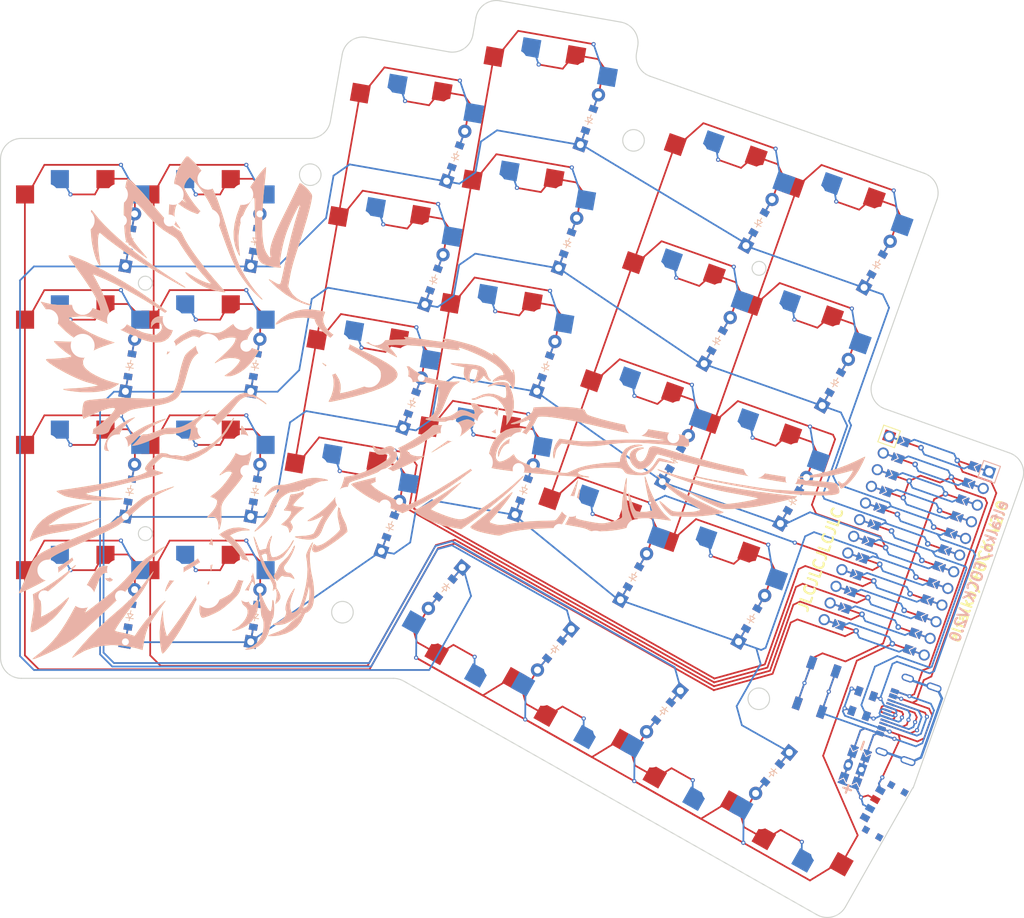
<source format=kicad_pcb>
(kicad_pcb (version 20211014) (generator pcbnew)
  (title_block (title "main") (rev "v1.0.0") (company "Unknown"))
  (layers (0 "F.Cu" signal) (31 "B.Cu" signal) (34 "B.Paste" user) (35 "F.Paste" user) (36 "B.SilkS" user "B.Silkscreen") (37 "F.SilkS" user "F.Silkscreen") (38 "B.Mask" user) (39 "F.Mask" user) (44 "Edge.Cuts" user))
  (net 0 "")
  (net 1 "outer_bottom")
  (net 2 "P9")
  (net 3 "P18")
  (net 4 "outer_home")
  (net 5 "P19")
  (net 6 "outer_top")
  (net 7 "P20")
  (net 8 "outer_num")
  (net 9 "P21")
  (net 10 "pinky_bottom")
  (net 11 "P8")
  (net 12 "pinky_home")
  (net 13 "pinky_top")
  (net 14 "pinky_num")
  (net 15 "ring_bottom")
  (net 16 "P7")
  (net 17 "ring_home")
  (net 18 "ring_top")
  (net 19 "ring_num")
  (net 20 "middle_bottom")
  (net 21 "P6")
  (net 22 "middle_home")
  (net 23 "middle_top")
  (net 24 "middle_num")
  (net 25 "index_bottom")
  (net 26 "P5")
  (net 27 "index_home")
  (net 28 "index_top")
  (net 29 "index_num")
  (net 30 "inner_bottom")
  (net 31 "P4")
  (net 32 "inner_home")
  (net 33 "inner_top")
  (net 34 "inner_num")
  (net 35 "thumb_bottom")
  (net 36 "P10")
  (net 37 "thumb_home")
  (net 38 "thumb_top")
  (net 39 "thumb_num")
  (net 40 "GND")
  (net 41 "SHIELD")
  (net 42 "RAW")
  (net 43 "VCC")
  (net 44 "CC1")
  (net 45 "CC2")
  (net 46 "SBU1")
  (net 47 "SBU2")
  (net 48 "P2")
  (net 49 "P3")
  (net 50 "RST")
  (net 51 "P15")
  (net 52 "P14")
  (net 53 "P16")
  (net 54 "P1")
  (net 55 "P0")
  (net 56 "B1")
  (net 57 "B2")
  (net 58 "RAWER")
  (net 59 "A")
  (net 60 "C")
  (footprint "E73:SPDT_C128955" (layer "F.Cu") (at 133.284841 30.876299 -119.5)
    (fp_text reference "T1" hide)
    (fp_text value "" hide)
  )
  (footprint "E73:SW_TACT_ALPS_SKQGABE010" (layer "F.Cu") (at 123.42925 13.087311 70.5)
    (fp_text reference "B1" hide)
    (fp_text value "" hide)
  )
  (footprint "ComboDiode" (layer "F.Cu") (at 81.413027 -15.306929 70)
    (fp_text reference "D13" hide)
    (fp_text value "" hide)
  )
  (footprint "VIA-0.3mm" (layer "F.Cu") (at 128.489618 -41.3457 -19.5)
    (fp_text reference "REF**" hide)
    (fp_text value "VIA-0.3mm" hide)
  )
  (footprint "VIA-0.3mm" (layer "F.Cu") (at 134.498141 -58.313247 -19.5)
    (fp_text reference "REF**" hide)
    (fp_text value "VIA-0.3mm" hide)
  )
  (footprint "VIA-0.3mm" (layer "F.Cu") (at 91.252194 -11.833004 -19.5)
    (fp_text reference "REF**" hide)
    (fp_text value "VIA-0.3mm" hide)
  )
  (footprint "VIA-0.3mm" (layer "F.Cu") (at 136.626231 17.760607 -19.5)
    (fp_text reference "REF**" hide)
    (fp_text value "VIA-0.3mm" hide)
  )
  (footprint "VIA-0.3mm" (layer "F.Cu") (at 80.381651 -58.695191 -10)
    (fp_text reference "REF**" hide)
    (fp_text value "VIA-0.3mm" hide)
  )
  (footprint "VIA-0.3mm" (layer "F.Cu") (at 120.289217 -7.703377 -19.5)
    (fp_text reference "REF**" hide)
    (fp_text value "VIA-0.3mm" hide)
  )
  (footprint "VIA-0.3mm" (layer "F.Cu") (at 23.5 -62)
    (fp_text reference "REF**" hide)
    (fp_text value "VIA-0.3mm" hide)
  )
  (footprint "JST_PH_S2B-PH-K_02x2.00mm_Angled" (layer "F.Cu") (at 128.908762 24.575346 160.5)
    (fp_text reference "JST1" hide)
    (fp_text value "" hide)
  )
  (footprint "ComboDiode" (layer "F.Cu") (at 120.101414 -13.763677 60.5)
    (fp_text reference "D22" hide)
    (fp_text value "" hide)
  )
  (footprint "PG1350" (layer "F.Cu") (at 74.627535 4.583325 150.5)
    (fp_text reference "S28" hide)
    (fp_text value "" hide)
  )
  (footprint "SMDPad" (layer "F.Cu") (at 108.651441 13.492525 150.5)
    (fp_text reference "PAD3" hide)
    (fp_text value "" hide)
  )
  (footprint "SMDPad" (layer "F.Cu") (at 129.52703 16.837921 -19.5)
    (fp_text reference "")
    (fp_text value "")
  )
  (footprint "VIA-0.3mm" (layer "F.Cu") (at 134.740948 17.092993 -19.5)
    (fp_text reference "REF**" hide)
    (fp_text value "VIA-0.3mm" hide)
  )
  (footprint "solderjumper" (layer "F.Cu") (at 129.183789 26.794436 160.5)
    (fp_text reference "J1" hide)
    (fp_text value "")
  )
  (footprint "VIA-0.3mm" (layer "F.Cu") (at 74.130316 -23.242112 -10)
    (fp_text reference "REF**" hide)
    (fp_text value "VIA-0.3mm" hide)
  )
  (footprint "VIA-0.3mm" (layer "F.Cu") (at 82.008177 -26.168596 -10)
    (fp_text reference "REF**" hide)
    (fp_text value "VIA-0.3mm" hide)
  )
  (footprint "PG1350" (layer "F.Cu") (at 78.328216 -36.971738 -10)
    (fp_text reference "S14" hide)
    (fp_text value "" hide)
  )
  (footprint "VIA-0.3mm" (layer "F.Cu") (at 122.481094 -24.378154 -19.5)
    (fp_text reference "REF**" hide)
    (fp_text value "VIA-0.3mm" hide)
  )
  (footprint "VIA-0.3mm" (layer "F.Cu") (at 103.269241 -45.768097 -19.5)
    (fp_text reference "REF**" hide)
    (fp_text value "VIA-0.3mm" hide)
  )
  (footprint "VIA-0.3mm" (layer "F.Cu") (at 72.18263 -74.103016 -10)
    (fp_text reference "REF**" hide)
    (fp_text value "VIA-0.3mm" hide)
  )
  (footprint "ComboDiode" (layer "F.Cu") (at 42.8 -33.2 80)
    (fp_text reference "D7" hide)
    (fp_text value "" hide)
  )
  (footprint "Text" (layer "F.Cu") (at 127.712935 27.652682 70.5)
    (fp_text reference "")
    (fp_text value "+")
  )
  (footprint "VIA-0.3mm" (layer "F.Cu") (at 133.906431 19.449597 -19.5)
    (fp_text reference "REF**" hide)
    (fp_text value "VIA-0.3mm" hide)
  )
  (footprint "VIA-0.3mm" (layer "F.Cu") (at 136.768462 14.363215 -19.5)
    (fp_text reference "REF**" hide)
    (fp_text value "VIA-0.3mm" hide)
  )
  (footprint "VIA-0.3mm" (layer "F.Cu") (at 105.636875 26.436148 150.5)
    (fp_text reference "REF**" hide)
    (fp_text value "VIA-0.3mm" hide)
  )
  (footprint "PG1350" (layer "F.Cu") (at 36 0)
    (fp_text reference "S5" hide)
    (fp_text value "" hide)
  )
  (footprint "PG1350" (layer "F.Cu") (at 59.125667 -31.72654 -10)
    (fp_text reference "S10" hide)
    (fp_text value "" hide)
  )
  (footprint "PG1350" (layer "F.Cu") (at 81.453884 -54.698278 -10)
    (fp_text reference "S15" hide)
    (fp_text value "" hide)
  )
  (footprint "VIA-0.3mm" (layer "F.Cu") (at 114.228264 -22.792027 -19.5)
    (fp_text reference "REF**" hide)
    (fp_text value "VIA-0.3mm" hide)
  )
  (footprint "ComboDiode" (layer "F.Cu") (at 109.142391 -36.739747 60.5)
    (fp_text reference "D19" hide)
    (fp_text value "" hide)
  )
  (footprint "VIA-0.3mm" (layer "F.Cu") (at 105.513547 -30.386677 -19.5)
    (fp_text reference "REF**" hide)
    (fp_text value "VIA-0.3mm" hide)
  )
  (footprint "PG1350" (layer "F.Cu") (at 62.251334 -49.453079 -10)
    (fp_text reference "S11" hide)
    (fp_text value "" hide)
  )
  (footprint "VIA-0.3mm" (layer "F.Cu") (at 109.277764 -62.735644 -19.5)
    (fp_text reference "REF**" hide)
    (fp_text value "VIA-0.3mm" hide)
  )
  (footprint "solderjumper" (layer "F.Cu") (at 127.298506 26.126822 160.5)
    (fp_text reference "J2" hide)
    (fp_text value "")
  )
  (footprint "PG1350" (layer "F.Cu") (at 114.626111 -18.672959 -19.5)
    (fp_text reference "S22" hide)
    (fp_text value "" hide)
  )
  (footprint "VIA-0.3mm" (layer "F.Cu") (at 34.25 -3.75)
    (fp_text reference "REF**" hide)
    (fp_text value "VIA-0.3mm" hide)
  )
  (footprint "VIA-0.3mm" (layer "F.Cu") (at 81.567593 17.701465 150.5)
    (fp_text reference "REF**" hide)
    (fp_text value "VIA-0.3mm" hide)
  )
  (footprint "PG1350" (layer "F.Cu") (at 56 -14 -10)
    (fp_text reference "S9" hide)
    (fp_text value "" hide)
  )
  (footprint "VIA-0.3mm" (layer "F.Cu") (at 34.25 -39.75)
    (fp_text reference "REF**" hide)
    (fp_text value "VIA-0.3mm" hide)
  )
  (footprint "SMDPad" (layer "F.Cu") (at 108.680064 12.934241 150.5)
    (fp_text reference "PAD4" hide)
    (fp_text value "" hide)
  )
  (footprint "VIA-0.3mm" (layer "F.Cu") (at 23.5 -26)
    (fp_text reference "REF**" hide)
    (fp_text value "VIA-0.3mm" hide)
  )
  (footprint "LOGO" (layer "F.Cu") (at 69.076642 -19.056078 -10)
    (fp_text reference "")
    (fp_text value "LOGO" hide)
  )
  (footprint "VIA-0.3mm" (layer "F.Cu") (at 23.5 -8)
    (fp_text reference "REF**" hide)
    (fp_text value "VIA-0.3mm" hide)
  )
  (footprint "VIA-0.3mm" (layer "F.Cu") (at 132.861057 26.040711 150.5)
    (fp_text reference "REF**" hide)
    (fp_text value "VIA-0.3mm" hide)
  )
  (footprint "VIA-0.3mm" (layer "F.Cu") (at 34.25 -21.75)
    (fp_text reference "REF**" hide)
    (fp_text value "VIA-0.3mm" hide)
  )
  (footprint "VIA-0.3mm" (layer "F.Cu") (at 137.568872 18.094413 -19.5)
    (fp_text reference "REF**" hide)
    (fp_text value "VIA-0.3mm" hide)
  )
  (footprint "PG1350" (layer "F.Cu") (at 18 -54)
    (fp_text reference "S4" hide)
    (fp_text value "" hide)
  )
  (footprint "ComboDiode" (layer "F.Cu") (at 24.8 -15.2 80)
    (fp_text reference "D2" hide)
    (fp_text value "" hide)
  )
  (footprint "SMDPad" (layer "F.Cu") (at 108.708687 12.375957 150.5)
    (fp_text reference "PAD5" hide)
    (fp_text value "" hide)
  )
  (footprint "ComboDiode" (layer "F.Cu") (at 42.8 2.8 80)
    (fp_text reference "D5" hide)
    (fp_text value "" hide)
  )
  (footprint "ComboDiode" (layer "F.Cu") (at 126.109937 -30.731223 60.5)
    (fp_text reference "D23" hide)
    (fp_text value "" hide)
  )
  (footprint "VIA-0.3mm" (layer "F.Cu") (at 89.970472 17.572524 150.5)
    (fp_text reference "REF**" hide)
    (fp_text value "VIA-0.3mm" hide)
  )
  (footprint "VIA-0.3mm" (layer "F.Cu") (at 97.233996 26.565089 150.5)
    (fp_text reference "REF**" hide)
    (fp_text value "VIA-0.3mm" hide)
  )
  (footprint "ComboDiode" (layer "F.Cu") (at 71.587479 -63.241349 70)
    (fp_text reference "D12" hide)
    (fp_text value "" hide)
  )
  (footprint "PG1350" (layer "F.Cu") (at 75.202549 -19.245199 -10)
    (fp_text reference "S13" hide)
    (fp_text value "" hide)
  )
  (footprint "VIA-0.3mm" (layer "F.Cu") (at 97.260717 -28.80055 -19.5)
    (fp_text reference "REF**" hide)
    (fp_text value "VIA-0.3mm" hide)
  )
  (footprint "VIA-0.3mm" (layer "F.Cu") (at 58.053434 -35.723453 -10)
    (fp_text reference "REF**" hide)
    (fp_text value "VIA-0.3mm" hide)
  )
  (footprint "VIA-0.3mm" (layer "F.Cu") (at 126.245311 -56.727121 -19.5)
    (fp_text reference "REF**" hide)
    (fp_text value "VIA-0.3mm" hide)
  )
  (footprint "VIA-0.3mm" (layer "F.Cu") (at 77.255983 -40.968652 -10)
    (fp_text reference "REF**" hide)
    (fp_text value "VIA-0.3mm" hide)
  )
  (footprint "VIA-0.3mm" (layer "F.Cu") (at 117.530594 -64.321771 -19.5)
    (fp_text reference "REF**" hide)
    (fp_text value "VIA-0.3mm" hide)
  )
  (footprint "VIA-0.3mm" (layer "F.Cu") (at 135.575465 14.736389 -19.5)
    (fp_text reference "REF**" hide)
    (fp_text value "VIA-0.3mm" hide)
  )
  (footprint "VIA-0.3mm" (layer "F.Cu") (at 91.385179 -79.348214 -10)
    (fp_text reference "REF**" hide)
    (fp_text value "VIA-0.3mm" hide)
  )
  (footprint "VIA-0.3mm" (layer "F.Cu") (at 69.056963 -56.376476 -10)
    (fp_text reference "REF**" hide)
    (fp_text value "VIA-0.3mm" hide)
  )
  (footprint "ComboDiode" (layer "F.Cu") (at 62.210478 -10.061731 70)
    (fp_text reference "D9" hide)
    (fp_text value "" hide)
  )
  (footprint "ComboDiode" (layer "F.Cu") (at 84.538694 -33.033469 70)
    (fp_text reference "D14" hide)
    (fp_text value "" hide)
  )
  (footprint "Text" (layer "F.Cu") (at 123.992078 -5.278234 70.5)
    (fp_text reference "")
    (fp_text value "JLCJLCJLCJLC")
  )
  (footprint "PG1350" (layer "F.Cu") (at 108.617588 -1.705413 -19.5)
    (fp_text reference "S21" hide)
    (fp_text value "" hide)
  )
  (footprint "ComboDiode" (layer "F.Cu") (at 117.08711 25.388721 -129.5)
    (fp_text reference "D25" hide)
    (fp_text value "" hide)
  )
  (footprint "ComboDiode" (layer "F.Cu") (at 90.790029 -68.486548 70)
    (fp_text reference "D16" hide)
    (fp_text value "" hide)
  )
  (footprint "VIA-0.3mm" (layer "F.Cu") (at 62.805628 -20.923397 -10)
    (fp_text reference "REF**" hide)
    (fp_text value "VIA-0.3mm" hide)
  )
  (footprint "VIA-0.3mm" (layer "F.Cu") (at 23.5 -44)
    (fp_text reference "REF**" hide)
    (fp_text value "VIA-0.3mm" hide)
  )
  (footprint "VIA-0.3mm" (layer "F.Cu") (at 83.507318 -76.421731 -10)
    (fp_text reference "REF**" hide)
    (fp_text value "VIA-0.3mm" hide)
  )
  (footprint "PG1350" (layer "F.Cu") (at 18 -36)
    (fp_text reference "S3" hide)
    (fp_text value "" hide)
  )
  (footprint "solderjumper" (layer "F.Cu") (at 128.633734 22.356256 -19.5)
    (fp_text reference "J4" hide)
    (fp_text value "")
  )
  (footprint "PG1350" (layer "F.Cu") (at 105.960341 22.310573 150.5)
    (fp_text reference "S26" hide)
    (fp_text value "" hide)
  )
  (footprint "PG1350" (layer "F.Cu") (at 121.626743 31.174198 150.5)
    (fp_text reference "S25" hide)
    (fp_text value "" hide)
  )
  (footprint "VIA-0.3mm" (layer "F.Cu") (at 112.900398 35.428714 150.5)
    (fp_text reference "REF**" hide)
    (fp_text value "VIA-0.3mm" hide)
  )
  (footprint "ComboDiode" (layer "F.Cu") (at 87.664361 -50.760009 70)
    (fp_text reference "D15" hide)
    (fp_text value "" hide)
  )
  (footprint "ComboDiode" (layer "F.Cu") (at 24.8 -33.2 80)
    (fp_text reference "D3" hide)
    (fp_text value "" hide)
  )
  (footprint "ComboDiode" (layer "F.Cu") (at 42.8 -15.2 80)
    (fp_text reference "D6" hide)
    (fp_text value "" hide)
  )
  (footprint "VIA-0.3mm" (layer "F.Cu") (at 108.219741 -5.82448 -19.5)
    (fp_text reference "REF**" hide)
    (fp_text value "VIA-0.3mm" hide)
  )
  (footprint "VIA-0.3mm" (layer "F.Cu") (at 61.179101 -53.449992 -10)
    (fp_text reference "REF**" hide)
    (fp_text value "VIA-0.3mm" hide)
  )
  (footprint "VIA-0.3mm" (layer "F.Cu") (at 16.25 -57.75)
    (fp_text reference "REF**" hide)
    (fp_text value "VIA-0.3mm" hide)
  )
  (footprint "PG1350" (layer "F.Cu") (at 36 -18)
    (fp_text reference "S6" hide)
    (fp_text value "" hide)
  )
  (footprint "ComboDiode" (layer "F.Cu") (at 103.133867 -19.7722 60.5)
    (fp_text reference "D18" hide)
    (fp_text value "" hide)
  )
  (footprint "PG1350" (layer "F.Cu") (at 126.643158 -52.608053 -19.5)
    (fp_text reference "S24" hide)
    (fp_text value "" hide)
  )
  (footprint "PG1350" (layer "F.Cu") (at 36 -54)
    (fp_text reference "S8" hide)
    (fp_text value "" hide)
  )
  (footprint "VIA-0.3mm" (layer "F.Cu") (at 121.303277 35.299773 150.5)
    (fp_text reference "REF**" hide)
    (fp_text value "VIA-0.3mm" hide)
  )
  (footprint "VIA-0.3mm" (layer "F.Cu") (at 34.25 -57.75)
    (fp_text reference "REF**" hide)
    (fp_text value "VIA-0.3mm" hide)
  )
  (footprint "VIA-0.3mm" (layer "F.Cu") (at 88.259512 -61.621675 -10)
    (fp_text reference "REF**" hide)
    (fp_text value "VIA-0.3mm" hide)
  )
  (footprint "VIA-0.3mm" (layer "F.Cu") (at 41.5 -44)
    (fp_text reference "REF**" hide)
    (fp_text value "VIA-0.3mm" hide)
  )
  (footprint "ProMicro" (layer "F.Cu") (at 136.363975 -7.262208 -109.5)
    (fp_text reference "MCU1" hide)
    (fp_text value "")
  )
  (footprint "ComboDiode" (layer "F.Cu") (at 132.118461 -47.69877 60.5)
    (fp_text reference "D24" hide)
    (fp_text value "" hide)
  )
  (footprint "VIA-0.3mm" (layer "F.Cu") (at 41.5 -26)
    (fp_text reference "REF**" hide)
    (fp_text value "VIA-0.3mm" hide)
  )
  (footprint "PG1350" (layer "F.Cu") (at 18 0)
    (fp_text reference "S1" hide)
    (fp_text value "" hide)
  )
  (footprint "VIA-0.3mm" (layer "F.Cu") (at 65.931295 -38.649937 -10)
    (fp_text reference "REF**" hide)
    (fp_text value "VIA-0.3mm" hide)
  )
  (footprint "PG1350" (layer "F.Cu") (at 97.658564 -24.681483 -19.5)
    (fp_text reference "S18" hide)
    (fp_text value "" hide)
  )
  (footprint "VIA-0.3mm" (layer "F.Cu") (at 116.472571 -7.410607 -19.5)
    (fp_text reference "REF**" hide)
    (fp_text value "VIA-0.3mm" hide)
  )
  (footprint "ComboDiode" (layer "F.Cu") (at 68.461812 -45.51481 70)
    (fp_text reference "D11" hide)
    (fp_text value "" hide)
  )
  (footprint "VIA-0.3mm" (layer "F.Cu") (at 120.236788 -39.759574 -19.5)
    (fp_text reference "REF**" hide)
    (fp_text value "VIA-0.3mm" hide)
  )
  (footprint "VIA-0.3mm" (layer "F.Cu") (at 129.803418 28.906605 150.5)
    (fp_text reference "REF**" hide)
    (fp_text value "VIA-0.3mm" hide)
  )
  (footprint "ComboDiode" (layer "F.Cu") (at 24.8 -51.2 80)
    (fp_text reference "D4" hide)
    (fp_text value "" hide)
  )
  (footprint "E73:SPDT_C128955" (layer "F.Cu") (at 133.284841 30.876299 -119.5)
    (fp_text reference "T2" hide)
    (fp_text value "" hide)
  )
  (footprint "PG1350" (layer "F.Cu") (at 65.377002 -67.179619 -10)
    (fp_text reference "S12" hide)
    (fp_text value "" hide)
  )
  (footprint "ComboDiode" (layer "F.Cu") (at 24.8 2.8 80)
    (fp_text reference "D1" hide)
    (fp_text value "" hide)
  )
  (footprint "PG1350" (layer "F.Cu") (at 103.667088 -41.64903 -19.5)
    (fp_text reference "S19" hide)
    (fp_text value "" hide)
  )
  (footprint "PG1350" (layer "F.Cu") (at 109.675611 -58.616576 -19.5)
    (fp_text reference "S20" hide)
    (fp_text value "" hide)
  )
  (footprint "VIA-0.3mm" (layer "F.Cu") (at 135.683589 17.4268 -19.5)
    (fp_text reference "REF**" hide)
    (fp_text value "VIA-0.3mm" hide)
  )
  (footprint "ComboDiode" (layer "F.Cu") (at 114.09289 3.20387 60.5)
    (fp_text reference "D21" hide)
    (fp_text value "" hide)
  )
  (footprint "VIA-0.3mm" (layer "F.Cu") (at 16.25 -3.75)
    (fp_text reference "REF**" hide)
    (fp_text value "VIA-0.3mm" hide)
  )
  (footprint "VIA-0.3mm" (layer "F.Cu") (at 139.275387 17.319619 -19.5)
    (fp_text reference "REF**" hide)
    (fp_text value "VIA-0.3mm" hide)
  )
  (footprint "VIA-0.3mm" (layer "F.Cu") (at 134.598717 20.490385 -19.5)
    (fp_text reference "REF**" hide)
    (fp_text value "VIA-0.3mm" hide)
  )
  (footprint "SMDPad" (layer "F.Cu") (at 130.528451 14.009996 -19.5)
    (fp_text reference "")
    (fp_text value "")
  )
  (footprint "VIA-0.3mm" (layer "F.Cu") (at 74.30407 8.7089 150.5)
    (fp_text reference "REF**" hide)
    (fp_text value "VIA-0.3mm" hide)
  )
  (footprint "VIA-0.3mm" (layer "F.Cu") (at 16.25 -39.75)
    (fp_text reference "REF**" hide)
    (fp_text value "VIA-0.3mm" hide)
  )
  (footprint "ComboDiode" (layer "F.Cu") (at 42.8 -51.2 80)
    (fp_text reference "D8" hide)
    (fp_text value "" hide)
  )
  (footprint "VIA-0.3mm" (layer "F.Cu") (at 111.522071 -47.354224 -19.5)
    (fp_text reference "REF**" hide)
    (fp_text value "VIA-0.3mm" hide)
  )
  (footprint "VIA-0.3mm" (layer "F.Cu") (at 99.505024 -13.41913 -19.5)
    (fp_text reference "REF**" hide)
    (fp_text value "VIA-0.3mm" hide)
  )
  (footprint "PG1350" (layer "F.Cu") (at 120.634634 -35.640506 -19.5)
    (fp_text reference "S23" hide)
    (fp_text value "" hide)
  )
  (footprint "PG1350" (layer "F.Cu") (at 18 -18)
    (fp_text reference "S2" hide)
    (fp_text value "" hide)
  )
  (footprint "ComboDiode" (layer "F.Cu") (at 65.336145 -27.78827 70)
    (fp_text reference "D10" hide)
    (fp_text value "" hide)
  )
  (footprint "ComboDiode" (layer "F.Cu") (at 70.087903 -1.202151 -129.5)
    (fp_text reference "D28" hide)
    (fp_text value "" hide)
  )
  (footprint "ComboDiode" (layer "F.Cu") (at 85.754305 7.661473 -129.5)
    (fp_text reference "D27" hide)
    (fp_text value "" hide)
  )
  (footprint "VIA-0.3mm" (layer "F.Cu") (at 137.847782 19.254029 -19.5)
    (fp_text reference "REF**" hide)
    (fp_text value "VIA-0.3mm" hide)
  )
  (footprint "ComboDiode" (layer "F.Cu") (at 101.420708 16.525097 -129.5)
    (fp_text reference "D26" hide)
    (fp_text value "" hide)
  )
  (footprint "PG1350" (layer "F.Cu") (at 90.293938 13.446949 150.5)
    (fp_text reference "S27" hide)
    (fp_text value "" hide)
  )
  (footprint "SMDPad" (layer "F.Cu") (at 108.73731 11.817674 150.5)
    (fp_text reference "PAD6" hide)
    (fp_text value "" hide)
  )
  (footprint "PG1350" (layer "F.Cu") (at 36 -36)
    (fp_text reference "S7" hide)
    (fp_text value "" hide)
  )
  (footprint "VIA-0.3mm" (layer "F.Cu") (at 41.5 -8)
    (fp_text reference "REF**" hide)
    (fp_text value "VIA-0.3mm" hide)
  )
  (footprint "Text" (layer "F.Cu") (at 146.733032 -3.590332 70.5)
    (fp_text reference "")
    (fp_text value "elfalko/FOCK V2.0")
  )
  (footprint "VIA-0.3mm" (layer "F.Cu") (at 85.133844 -43.895135 -10)
    (fp_text reference "REF**" hide)
    (fp_text value "VIA-0.3mm" hide)
  )
  (footprint "PG1350" (layer "F.Cu") (at 91.650041 -7.713936 -19.5)
    (fp_text reference "S17" hide)
    (fp_text value "" hide)
  )
  (footprint "ComboDiode" (layer "F.Cu") (at 115.150914 -53.707294 60.5)
    (fp_text reference "D20" hide)
    (fp_text value "" hide)
  )
  (footprint "VIA-0.3mm" (layer "F.Cu") (at 65.901191 8.837841 150.5)
    (fp_text reference "REF**" hide)
    (fp_text value "VIA-0.3mm" hide)
  )
  (footprint "PG1350" (layer "F.Cu") (at 84.579551 -72.424817 -10)
    (fp_text reference "S16" hide)
    (fp_text value "" hide)
  )
  (footprint "solderjumper" (layer "F.Cu") (at 130.519017 23.02387 -19.5)
    (fp_text reference "J3" hide)
    (fp_text value "")
  )
  (footprint "Text" (layer "F.Cu") (at 129.91606 21.431248 70.5)
    (fp_text reference "")
    (fp_text value "-")
  )
  (footprint "VIA-0.3mm" (layer "F.Cu") (at 54.927767 -17.996913 -10)
    (fp_text reference "REF**" hide)
    (fp_text value "VIA-0.3mm" hide)
  )
  (footprint "VIA-0.3mm" (layer "F.Cu") (at 64.304769 -71.176532 -10)
    (fp_text reference "REF**" hide)
    (fp_text value "VIA-0.3mm" hide)
  )
  (footprint "VIA-0.3mm" (layer "F.Cu") (at 41.5 -62)
    (fp_text reference "REF**" hide)
    (fp_text value "VIA-0.3mm" hide)
  )
  (footprint "USB-C-12-Pin-MidMount" (layer "F.Cu") (at 140.396797 19.095834 -109.5)
    (fp_text reference "USB1" hide)
    (fp_text value "")
  )
  (footprint "VIA-0.3mm" (layer "F.Cu") (at 16.25 -21.75)
    (fp_text reference "REF**" hide)
    (fp_text value "VIA-0.3mm" hide)
  )
  (footprint "ComboDiode" (layer "F.Cu") (at 97.125344 -2.804653 60.5)
    (fp_text reference "D17" hide)
    (fp_text value "" hide)
  )
  (footprint "USB-C-12-Pin-MidMount" (layer "B.Cu") (at 140.396797 19.095834 -109.5)
    (fp_text reference "USB2" hide)
    (fp_text value "")
  )
  (footprint "Text" (layer "B.Cu") (at 127.712935 27.652682 70.5)
    (fp_text reference "")
    (fp_text value "+")
  )
  (footprint "Text" (layer "B.Cu") (at 146.733032 -3.590332 70.5)
    (fp_text reference "")
    (fp_text value "elfalko/FOCK V2.0")
  )
  (footprint "LOGO" (layer "B.Cu") (at 69.076642 -19.056078 -10)
    (fp_text reference "")
    (fp_text value "LOGO" hide)
  )
  (footprint "Text" (layer "B.Cu") (at 129.91606 21.431248 70.5)
    (fp_text reference "")
    (fp_text value "-")
  )
  (gr_arc (start 55.284374 -77.894976) (mid 56.518068 -79.831487) (end 58.759742 -80.328454) (layer "Edge.Cuts") (width 0.15))
  (gr_arc (start 99.512192 -74.733647) (mid 97.922106 -76.05025) (end 97.55919 -78.082516) (layer "Edge.Cuts") (width 0.15))
  (gr_line (start 74.052803 -80.678155) (end 74.486923 -83.140174) (layer "Edge.Cuts") (width 0.15))
  (gr_line (start 77.962291 -85.573653) (end 95.294907 -82.517445) (layer "Edge.Cuts") (width 0.15))
  (gr_line (start 137.247248 27.528159) (end 137.298271 27.546227) (layer "Edge.Cuts") (width 0.15))
  (gr_line (start 97.55919 -78.082516) (end 97.728386 -79.042077) (layer "Edge.Cuts") (width 0.15))
  (gr_arc (start 151.16069 -20.587268) (mid 152.867025 -19.050877) (end 152.987193 -16.757923) (layer "Edge.Cuts") (width 0.15))
  (gr_circle (center 50.688501 -60.589809) (end 52.238501 -60.589809) (layer "Edge.Cuts") (width 0.15) (fill none))
  (gr_line (start 127.563613 44.643926) (end 137.247248 27.528159) (layer "Edge.Cuts") (width 0.15))
  (gr_line (start 64.107291 12.188933) (end 123.475275 45.777722) (layer "Edge.Cuts") (width 0.15))
  (gr_arc (start 74.052802 -80.678155) (mid 72.819109 -78.741643) (end 70.577435 -78.244676) (layer "Edge.Cuts") (width 0.15))
  (gr_arc (start 127.563613 44.643926) (mid 125.754261 46.057547) (end 123.475275 45.777722) (layer "Edge.Cuts") (width 0.15))
  (gr_line (start 137.298271 27.546227) (end 152.987193 -16.757923) (layer "Edge.Cuts") (width 0.15))
  (gr_arc (start 6.2 -62.8) (mid 7.07868 -64.92132) (end 9.2 -65.8) (layer "Edge.Cuts") (width 0.15))
  (gr_circle (center 27 -9) (end 28 -9) (layer "Edge.Cuts") (width 0.15) (fill none))
  (gr_arc (start 133.250501 -26.929598) (mid 131.544165 -28.46599) (end 131.423997 -30.758944) (layer "Edge.Cuts") (width 0.15))
  (gr_line (start 151.160689 -20.587268) (end 133.250501 -26.929599) (layer "Edge.Cuts") (width 0.15))
  (gr_arc (start 138.877324 -60.793723) (mid 140.58366 -59.257331) (end 140.703828 -56.964377) (layer "Edge.Cuts") (width 0.15))
  (gr_circle (center 55.313768 2.291663) (end 56.863768 2.291663) (layer "Edge.Cuts") (width 0.15) (fill none))
  (gr_arc (start 74.486923 -83.140175) (mid 75.720617 -85.076686) (end 77.962291 -85.573653) (layer "Edge.Cuts") (width 0.15))
  (gr_circle (center 97.127581 -65.520697) (end 98.677581 -65.520697) (layer "Edge.Cuts") (width 0.15) (fill none))
  (gr_circle (center 27 -45) (end 28 -45) (layer "Edge.Cuts") (width 0.15) (fill none))
  (gr_circle (center 115.122165 14.734392) (end 116.672165 14.734392) (layer "Edge.Cuts") (width 0.15) (fill none))
  (gr_circle (center 115.155123 -47.128541) (end 116.155123 -47.128541) (layer "Edge.Cuts") (width 0.15) (fill none))
  (gr_line (start 9.2 11.8) (end 62.630021 11.8) (layer "Edge.Cuts") (width 0.15))
  (gr_arc (start 62.63002 11.8) (mid 63.393826 11.898862) (end 64.107291 12.188933) (layer "Edge.Cuts") (width 0.15))
  (gr_line (start 6.2 8.8) (end 6.2 -62.8) (layer "Edge.Cuts") (width 0.15))
  (gr_arc (start 9.2 11.8) (mid 7.07868 10.92132) (end 6.2 8.8) (layer "Edge.Cuts") (width 0.15))
  (gr_line (start 53.588828 -68.279055) (end 55.284374 -77.894975) (layer "Edge.Cuts") (width 0.15))
  (gr_line (start 58.759742 -80.328454) (end 70.577435 -78.244676) (layer "Edge.Cuts") (width 0.15))
  (gr_line (start 131.423997 -30.758944) (end 140.703828 -56.964377) (layer "Edge.Cuts") (width 0.15))
  (gr_line (start 99.512192 -74.733647) (end 138.877324 -60.793722) (layer "Edge.Cuts") (width 0.15))
  (gr_arc (start 95.294908 -82.517445) (mid 97.231419 -81.283751) (end 97.728386 -79.042077) (layer "Edge.Cuts") (width 0.15))
  (gr_line (start 9.2 -65.8) (end 50.634405 -65.8) (layer "Edge.Cuts") (width 0.15))
  (gr_arc (start 53.588828 -68.279055) (mid 52.562768 -66.501867) (end 50.634405 -65.8) (layer "Edge.Cuts") (width 0.15))
  (segment (start 16.25 -3.75) (end 19.75 -3.75) (width 0.25) (layer "F.Cu") (net 1))
  (segment (start 25.5 -5) (end 25.5 -1.11) (width 0.25) (layer "F.Cu") (net 1))
  (segment (start 19.75 -3.75) (end 21 -6) (width 0.25) (layer "F.Cu") (net 1))
  (segment (start 21 -6) (end 24.5 -6) (width 0.25) (layer "F.Cu") (net 1))
  (segment (start 24.5 -6) (end 25.5 -5) (width 0.25) (layer "F.Cu") (net 1))
  (segment (start 15 -6) (end 16.25 -3.75) (width 0.25) (layer "B.Cu") (net 1))
  (segment (start 12.5 -62) (end 23.5 -62) (width 0.25) (layer "F.Cu") (net 2))
  (segment (start 71.443735 -7.558582) (end 69.058871 -6.897201) (width 0.25) (layer "F.Cu") (net 2))
  (segment (start 69.058871 -6.897201) (end 59.235021 10.466395) (width 0.25) (layer "F.Cu") (net 2))
  (segment (start 119.71007 3.782089) (end 117.123067 11.087561) (width 0.25) (layer "F.Cu") (net 2))
  (segment (start 127.501557 5.745563) (end 120.667406 3.325463) (width 0.25) (layer "F.Cu") (net 2))
  (segment (start 9.9 -21.3) (end 12.5 -26) (width 0.25) (layer "F.Cu") (net 2))
  (segment (start 11.7 10.5) (end 59.2 10.5) (width 0.25) (layer "F.Cu") (net 2))
  (segment (start 9.7 -3) (end 9.7 8.5) (width 0.25) (layer "F.Cu") (net 2))
  (segment (start 120.667406 3.325463) (end 119.71007 3.782089) (width 0.25) (layer "F.Cu") (net 2))
  (segment (start 9.9 -57.3) (end 12.5 -62) (width 0.25) (layer "F.Cu") (net 2))
  (segment (start 12.5 -26) (end 23.5 -26) (width 0.25) (layer "F.Cu") (net 2))
  (segment (start 12.5 -44) (end 23.5 -44) (width 0.25) (layer "F.Cu") (net 2))
  (segment (start 12.5 -8) (end 23.5 -8) (width 0.25) (layer "F.Cu") (net 2))
  (segment (start 108.651441 13.492525) (end 71.443735 -7.558582) (width 0.25) (layer "F.Cu") (net 2))
  (segment (start 9.7 -3) (end 9.7 -57) (width 0.25) (layer "F.Cu") (net 2))
  (segment (start 9.9 -3.3) (end 12.5 -8) (width 0.25) (layer "F.Cu") (net 2))
  (segment (start 117.100673 11.149346) (end 108.651441 13.492525) (width 0.25) (layer "F.Cu") (net 2))
  (segment (start 9.9 -39.3) (end 12.5 -44) (width 0.25) (layer "F.Cu") (net 2))
  (segment (start 129.097118 4.98452) (end 127.501557 5.745563) (width 0.25) (layer "F.Cu") (net 2))
  (segment (start 9.7 8.5) (end 11.7 10.5) (width 0.25) (layer "F.Cu") (net 2))
  (segment (start 23.5 -44) (end 26.1 -39.3) (width 0.25) (layer "B.Cu") (net 2))
  (segment (start 23.5 -26) (end 26.1 -21.3) (width 0.25) (layer "B.Cu") (net 2))
  (segment (start 23.5 -8) (end 26.1 -3.3) (width 0.25) (layer "B.Cu") (net 2))
  (segment (start 23.5 -62) (end 26.1 -57.3) (width 0.25) (layer "B.Cu") (net 2))
  (segment (start 79.965318 -11.703578) (end 95.057392 0.604114) (width 0.25) (layer "B.Cu") (net 3))
  (segment (start 24 6.6) (end 42 6.6) (width 0.25) (layer "B.Cu") (net 3))
  (segment (start 121.776761 -8.608756) (end 123.05321 -9.21759) (width 0.25) (layer "B.Cu") (net 3))
  (segment (start 116.102045 7.41615) (end 121.776761 -8.608756) (width 0.25) (layer "B.Cu") (net 3))
  (segment (start 68.147625 -13.787357) (end 79.965318 -11.703578) (width 0.25) (layer "B.Cu") (net 3))
  (segment (start 123.05321 -9.21759) (end 132.008304 -6.046425) (width 0.25) (layer "B.Cu") (net 3))
  (segment (start 95.668349 0.710623) (end 112.635896 6.719147) (width 0.25) (layer "B.Cu") (net 3))
  (segment (start 132.008304 -6.046425) (end 132.251838 -5.535846) (width 0.25) (layer "B.Cu") (net 3))
  (segment (start 112.691759 18.53592) (end 111.935894 15.810361) (width 0.25) (layer "B.Cu") (net 3))
  (segment (start 65.830713 -12.165038) (end 68.147625 -13.787357) (width 0.25) (layer "B.Cu") (net 3))
  (segment (start 60.762769 -6.45838) (end 62.732384 -6.111083) (width 0.25) (layer "B.Cu") (net 3))
  (segment (start 42 6.6) (end 60.75 -6.4) (width 0.25) (layer "B.Cu") (net 3))
  (segment (start 115.382859 9.717872) (end 114.778168 7.537425) (width 0.25) (layer "B.Cu") (net 3))
  (segment (start 119.654604 22.475308) (end 112.691759 18.53592) (width 0.25) (layer "B.Cu") (net 3))
  (segment (start 111.935894 15.810361) (end 115.382859 9.717872) (width 0.25) (layer "B.Cu") (net 3))
  (segment (start 115.463821 7.720567) (end 116.102045 7.41615) (width 0.25) (layer "B.Cu") (net 3))
  (segment (start 112.635896 6.719147) (end 115.463821 7.720567) (width 0.25) (layer "B.Cu") (net 3))
  (segment (start 65.049296 -7.733403) (end 65.830713 -12.165038) (width 0.25) (layer "B.Cu") (net 3))
  (segment (start 62.732384 -6.111083) (end 65.049296 -7.733403) (width 0.25) (layer "B.Cu") (net 3))
  (segment (start 25.5 -23) (end 25.5 -19.11) (width 0.25) (layer "F.Cu") (net 4))
  (segment (start 24.5 -24) (end 25.5 -23) (width 0.25) (layer "F.Cu") (net 4))
  (segment (start 19.75 -21.75) (end 21 -24) (width 0.25) (layer "F.Cu") (net 4))
  (segment (start 21 -24) (end 24.5 -24) (width 0.25) (layer "F.Cu") (net 4))
  (segment (start 16.25 -21.75) (end 19.75 -21.75) (width 0.25) (layer "F.Cu") (net 4))
  (segment (start 15 -24) (end 16.25 -21.75) (width 0.25) (layer "B.Cu") (net 4))
  (segment (start 122.473765 -12.074904) (end 132.607161 -8.48648) (width 0.25) (layer "B.Cu") (net 5))
  (segment (start 59.1 9.6) (end 22.5 9.6) (width 0.25) (layer "B.Cu") (net 5))
  (segment (start 21 8.1) (end 21 -9.4) (width 0.25) (layer "B.Cu") (net 5))
  (segment (start 68.672936 -7.230448) (end 59.14454 9.610934) (width 0.25) (layer "B.Cu") (net 5))
  (segment (start 65.858051 -23.837623) (end 68.174963 -25.459942) (width 0.25) (layer "B.Cu") (net 5))
  (segment (start 101.676873 -16.256924) (end 119.11574 -10.081497) (width 0.25) (layer "B.Cu") (net 5))
  (segment (start 132.607161 -8.48648) (end 132.759369 -8.167368) (width 0.25) (layer "B.Cu") (net 5))
  (segment (start 47.784215 -24.993675) (end 50.101127 -26.615994) (width 0.25) (layer "B.Cu") (net 5))
  (segment (start 71.273292 -31.513896) (end 83.090985 -29.430118) (width 0.25) (layer "B.Cu") (net 5))
  (segment (start 83.090985 -29.430118) (end 101.586474 -16.268455) (width 0.25) (layer "B.Cu") (net 5))
  (segment (start 68.174963 -25.459942) (end 68.95638 -29.891577) (width 0.25) (layer "B.Cu") (net 5))
  (segment (start 71.0578 -7.89183) (end 68.672936 -7.230448) (width 0.25) (layer "B.Cu") (net 5))
  (segment (start 22.5 9.6) (end 21 8.1) (width 0.25) (layer "B.Cu") (net 5))
  (segment (start 103.988202 13.611684) (end 103.043371 10.204736) (width 0.25) (layer "B.Cu") (net 5))
  (segment (start 50.101127 -26.615994) (end 65.858051 -23.837623) (width 0.25) (layer "B.Cu") (net 5))
  (segment (start 44 -11.4) (end 45.6 -13) (width 0.25) (layer "B.Cu") (net 5))
  (segment (start 21 -9.4) (end 23 -11.4) (width 0.25) (layer "B.Cu") (net 5))
  (segment (start 45.657025 -12.92978) (end 47.784215 -24.993675) (width 0.25) (layer "B.Cu") (net 5))
  (segment (start 23 -11.4) (end 44 -11.4) (width 0.25) (layer "B.Cu") (net 5))
  (segment (start 68.95638 -29.891577) (end 71.273292 -31.513896) (width 0.25) (layer "B.Cu") (net 5))
  (segment (start 118.64442 -10.2484) (end 122.473765 -12.074904) (width 0.25) (layer "B.Cu") (net 5))
  (segment (start 103.043371 10.204736) (end 71.0578 -7.89183) (width 0.25) (layer "B.Cu") (net 5))
  (segment (start 19.75 -39.75) (end 21 -42) (width 0.25) (layer "F.Cu") (net 6))
  (segment (start 21 -42) (end 24.5 -42) (width 0.25) (layer "F.Cu") (net 6))
  (segment (start 25.5 -41) (end 25.5 -37.11) (width 0.25) (layer "F.Cu") (net 6))
  (segment (start 24.5 -42) (end 25.5 -41) (width 0.25) (layer "F.Cu") (net 6))
  (segment (start 16.25 -39.75) (end 19.75 -39.75) (width 0.25) (layer "F.Cu") (net 6))
  (segment (start 15 -42) (end 16.25 -39.75) (width 0.25) (layer "B.Cu") (net 6))
  (segment (start 71.029177 -7.333546) (end 68.985008 -6.766648) (width 0.25) (layer "B.Cu") (net 7))
  (segment (start 20.5 -27.4) (end 22.5 -29.4) (width 0.25) (layer "B.Cu") (net 7))
  (segment (start 53.226794 -44.342533) (end 68.983719 -41.564162) (width 0.25) (layer "B.Cu") (net 7))
  (segment (start 126.915283 -26.414811) (end 127.828535 -24.500138) (width 0.25) (layer "B.Cu") (net 7))
  (segment (start 107.119811 -33.424755) (end 126.915283 -26.414811) (width 0.25) (layer "B.Cu") (net 7))
  (segment (start 22.25 10.1) (end 20.5 8.35) (width 0.25) (layer "B.Cu") (net 7))
  (segment (start 133.25315 -10.909846) (end 133.466242 -10.463089) (width 0.25) (layer "B.Cu") (net 7))
  (segment (start 127.828535 -24.500138) (end 124.290182 -14.508138) (width 0.25) (layer "B.Cu") (net 7))
  (segment (start 68.983719 -41.564162) (end 71.30063 -43.186482) (width 0.25) (layer "B.Cu") (net 7))
  (segment (start 20.5 8.35) (end 20.5 -27.4) (width 0.25) (layer "B.Cu") (net 7))
  (segment (start 87.565935 2.022502) (end 71.029177 -7.333546) (width 0.25) (layer "B.Cu") (net 7))
  (segment (start 22.5 -29.4) (end 46 -29.4) (width 0.25) (layer "B.Cu") (net 7))
  (segment (start 46 -29.4) (end 49.1 -32.5) (width 0.25) (layer "B.Cu") (net 7))
  (segment (start 86.413614 -47.121928) (end 107.284298 -33.03374) (width 0.25) (layer "B.Cu") (net 7))
  (segment (start 74.398959 -49.240436) (end 86.413614 -47.121928) (width 0.25) (layer "B.Cu") (net 7))
  (segment (start 124.533716 -13.997559) (end 133.25315 -10.909846) (width 0.25) (layer "B.Cu") (net 7))
  (segment (start 59.4 10.1) (end 22.25 10.1) (width 0.25) (layer "B.Cu") (net 7))
  (segment (start 50.909883 -42.720214) (end 53.226794 -44.342533) (width 0.25) (layer "B.Cu") (net 7))
  (segment (start 49.103942 -32.478214) (end 50.909883 -42.720214) (width 0.25) (layer "B.Cu") (net 7))
  (segment (start 68.985008 -6.766648) (end 59.481233 10.031217) (width 0.25) (layer "B.Cu") (net 7))
  (segment (start 71.30063 -43.186482) (end 72.082047 -47.618117) (width 0.25) (layer "B.Cu") (net 7))
  (segment (start 72.082047 -47.618117) (end 74.398959 -49.240436) (width 0.25) (layer "B.Cu") (net 7))
  (segment (start 88.321799 4.74806) (end 87.565935 2.022502) (width 0.25) (layer "B.Cu") (net 7))
  (segment (start 124.290182 -14.508138) (end 124.533716 -13.997559) (width 0.25) (layer "B.Cu") (net 7))
  (segment (start 21 -60) (end 24.5 -60) (width 0.25) (layer "F.Cu") (net 8))
  (segment (start 19.75 -57.75) (end 21 -60) (width 0.25) (layer "F.Cu") (net 8))
  (segment (start 16.25 -57.75) (end 19.75 -57.75) (width 0.25) (layer "F.Cu") (net 8))
  (segment (start 24.5 -60) (end 25.5 -59) (width 0.25) (layer "F.Cu") (net 8))
  (segment (start 25.5 -59) (end 25.5 -55.11) (width 0.25) (layer "F.Cu") (net 8))
  (segment (start 15 -60) (end 16.25 -57.75) (width 0.25) (layer "B.Cu") (net 8))
  (segment (start 113.128335 -50.392302) (end 132.923806 -43.382358) (width 0.25) (layer "B.Cu") (net 9))
  (segment (start 56.352462 -62.069073) (end 72.109386 -59.290702) (width 0.25) (layer "B.Cu") (net 9))
  (segment (start 132.923806 -43.382358) (end 133.837058 -41.467685) (width 0.25) (layer "B.Cu") (net 9))
  (segment (start 128.383307 -24.568895) (end 125.796304 -17.263423) (width 0.25) (layer "B.Cu") (net 9))
  (segment (start 74.426298 -60.913021) (end 75.207714 -65.344656) (width 0.25) (layer "B.Cu") (net 9))
  (segment (start 73.789193 -0.027226) (end 67.781626 10.591114) (width 0.25) (layer "B.Cu") (net 9))
  (segment (start 9 -45.4) (end 11 -47.4) (width 0.25) (layer "B.Cu") (net 9))
  (segment (start 52.950249 -54.291705) (end 54.03555 -60.446754) (width 0.25) (layer "B.Cu") (net 9))
  (segment (start 46 -47.4) (end 52.9 -54.3) (width 0.25) (layer "B.Cu") (net 9))
  (segment (start 11 -47.4) (end 46 -47.4) (width 0.25) (layer "B.Cu") (net 9))
  (segment (start 72.109386 -59.290702) (end 74.426298 -60.913021) (width 0.25) (layer "B.Cu") (net 9))
  (segment (start 77.524626 -66.966975) (end 89.834723 -64.796373) (width 0.25) (layer "B.Cu") (net 9))
  (segment (start 126.344255 -16.11462) (end 133.885387 -13.444165) (width 0.25) (layer "B.Cu") (net 9))
  (segment (start 133.837058 -41.467685) (end 128.07889 -25.207119) (width 0.25) (layer "B.Cu") (net 9))
  (segment (start 9 8.6) (end 9 -45.4) (width 0.25) (layer "B.Cu") (net 9))
  (segment (start 11 10.6) (end 9 8.6) (width 0.25) (layer "B.Cu") (net 9))
  (segment (start 125.796304 -17.263423) (end 126.344255 -16.11462) (width 0.25) (layer "B.Cu") (net 9))
  (segment (start 133.885387 -13.444165) (end 134.098479 -12.997408) (width 0.25) (layer "B.Cu") (net 9))
  (segment (start 54.03555 -60.446754) (end 56.352462 -62.069073) (width 0.25) (layer "B.Cu") (net 9))
  (segment (start 72.655397 -4.115564) (end 73.789193 -0.027226) (width 0.25) (layer "B.Cu") (net 9))
  (segment (start 75.207714 -65.344656) (end 77.524626 -66.966975) (width 0.25) (layer "B.Cu") (net 9))
  (segment (start 89.834723 -64.796373) (end 113.703243 -50.433443) (width 0.25) (layer "B.Cu") (net 9))
  (segment (start 128.07889 -25.207119) (end 128.383307 -24.568895) (width 0.25) (layer "B.Cu") (net 9))
  (segment (start 67.75 10.6) (end 11 10.6) (width 0.25) (layer "B.Cu") (net 9))
  (segment (start 34.25 -3.75) (end 37.75 -3.75) (width 0.25) (layer "F.Cu") (net 10))
  (segment (start 37.75 -3.75) (end 39 -6) (width 0.25) (layer "F.Cu") (net 10))
  (segment (start 39 -6) (end 42.5 -6) (width 0.25) (layer "F.Cu") (net 10))
  (segment (start 42.5 -6) (end 43.5 -5) (width 0.25) (layer "F.Cu") (net 10))
  (segment (start 43.5 -5) (end 43.5 -1.11) (width 0.25) (layer "F.Cu") (net 10))
  (segment (start 33 -6) (end 34.25 -3.75) (width 0.25) (layer "B.Cu") (net 10))
  (segment (start 120.086619 1.220876) (end 116.74855 10.647291) (width 0.25) (layer "F.Cu") (net 11))
  (segment (start 27.9 -21.3) (end 30.5 -26) (width 0.25) (layer "F.Cu") (net 11))
  (segment (start 128.349427 3.351253) (end 121.043955 0.76425) (width 0.25) (layer "F.Cu") (net 11))
  (segment (start 121.043955 0.76425) (end 120.086619 1.220876) (width 0.25) (layer "F.Cu") (net 11))
  (segment (start 129.944987 2.59021) (end 128.349427 3.351253) (width 0.25) (layer "F.Cu") (net 11))
  (segment (start 27.9 -39.3) (end 30.5 -44) (width 0.25) (layer "F.Cu") (net 11))
  (segment (start 71.472358 -8.116866) (end 68.7468 -7.361002) (width 0.25) (layer "F.Cu") (net 11))
  (segment (start 28.2 -3) (end 28.2 -57) (width 0.25) (layer "F.Cu") (net 11))
  (segment (start 29.2 10) (end 58.95 10) (width 0.25) (layer "F.Cu") (net 11))
  (segment (start 30.5 -62) (end 41.5 -62) (width 0.25) (layer "F.Cu") (net 11))
  (segment (start 30.5 -26) (end 41.5 -26) (width 0.25) (layer "F.Cu") (net 11))
  (segment (start 116.720462 10.704442) (end 108.680064 12.934241) (width 0.25) (layer "F.Cu") (net 11))
  (segment (start 27.7 8.5) (end 29.2 10) (width 0.25) (layer "F.Cu") (net 11))
  (segment (start 30.5 -44) (end 41.5 -44) (width 0.25) (layer "F.Cu") (net 11))
  (segment (start 30.5 -8) (end 41.5 -8) (width 0.25) (layer "F.Cu") (net 11))
  (segment (start 27.9 -3.3) (end 30.5 -8) (width 0.25) (layer "F.Cu") (net 11))
  (segment (start 108.680064 12.934241) (end 71.472358 -8.116866) (width 0.25) (layer "F.Cu") (net 11))
  (segment (start 27.9 -57.3) (end 30.5 -62) (width 0.25) (layer "F.Cu") (net 11))
  (segment (start 68.7468 -7.361002) (end 58.947571 9.959077) (width 0.25) (layer "F.Cu") (net 11))
  (segment (start 27.7 -3) (end 27.7 8.5) (width 0.25) (layer "F.Cu") (net 11))
  (segment (start 41.5 -8) (end 44.1 -3.3) (width 0.25) (layer "B.Cu") (net 11))
  (segment (start 41.5 -62) (end 44.1 -57.3) (width 0.25) (layer "B.Cu") (net 11))
  (segment (start 41.5 -44) (end 44.1 -39.3) (width 0.25) (layer "B.Cu") (net 11))
  (segment (start 41.5 -26) (end 44.1 -21.3) (width 0.25) (layer "B.Cu") (net 11))
  (segment (start 42.5 -24) (end 43.5 -23) (width 0.25) (layer "F.Cu") (net 12))
  (segment (start 43.5 -23) (end 43.5 -19.11) (width 0.25) (layer "F.Cu") (net 12))
  (segment (start 34.25 -21.75) (end 37.75 -21.75) (width 0.25) (layer "F.Cu") (net 12))
  (segment (start 37.75 -21.75) (end 39 -24) (width 0.25) (layer "F.Cu") (net 12))
  (segment (start 39 -24) (end 42.5 -24) (width 0.25) (layer "F.Cu") (net 12))
  (segment (start 33 -24) (end 34.25 -21.75) (width 0.25) (layer "B.Cu") (net 12))
  (segment (start 39 -42) (end 42.5 -42) (width 0.25) (layer "F.Cu") (net 13))
  (segment (start 37.75 -39.75) (end 39 -42) (width 0.25) (layer "F.Cu") (net 13))
  (segment (start 43.5 -41) (end 43.5 -37.11) (width 0.25) (layer "F.Cu") (net 13))
  (segment (start 42.5 -42) (end 43.5 -41) (width 0.25) (layer "F.Cu") (net 13))
  (segment (start 34.25 -39.75) (end 37.75 -39.75) (width 0.25) (layer "F.Cu") (net 13))
  (segment (start 33 -42) (end 34.25 -39.75) (width 0.25) (layer "B.Cu") (net 13))
  (segment (start 39 -60) (end 42.5 -60) (width 0.25) (layer "F.Cu") (net 14))
  (segment (start 34.25 -57.75) (end 37.75 -57.75) (width 0.25) (layer "F.Cu") (net 14))
  (segment (start 43.5 -59) (end 43.5 -55.11) (width 0.25) (layer "F.Cu") (net 14))
  (segment (start 42.5 -60) (end 43.5 -59) (width 0.25) (layer "F.Cu") (net 14))
  (segment (start 37.75 -57.75) (end 39 -60) (width 0.25) (layer "F.Cu") (net 14))
  (segment (start 33 -60) (end 34.25 -57.75) (width 0.25) (layer "B.Cu") (net 14))
  (segment (start 54.927767 -17.996913) (end 58.374594 -17.389145) (width 0.25) (layer "F.Cu") (net 15))
  (segment (start 59.996312 -19.387902) (end 63.44314 -18.780133) (width 0.25) (layer "F.Cu") (net 15))
  (segment (start 63.44314 -18.780133) (end 64.254299 -17.621677) (width 0.25) (layer "F.Cu") (net 15))
  (segment (start 64.254299 -17.621677) (end 63.578808 -13.790775) (width 0.25) (layer "F.Cu") (net 15))
  (segment (start 58.374594 -17.389145) (end 59.996312 -19.387902) (width 0.25) (layer "F.Cu") (net 15))
  (segment (start 54.087466 -20.429791) (end 54.927767 -17.996913) (width 0.25) (layer "B.Cu") (net 15))
  (segment (start 48.34704 -18.395703) (end 57.724042 -71.575322) (width 0.25) (layer "F.Cu") (net 16))
  (segment (start 62.805628 -20.923397) (end 64.775244 -20.576101) (width 0.25) (layer "F.Cu") (net 16))
  (segment (start 51.972743 -22.833527) (end 62.805628 -20.923397) (width 0.25) (layer "F.Cu") (net 16))
  (segment (start 108.708687 12.375957) (end 64.84276 -12.44219) (width 0.25) (layer "F.Cu") (net 16))
  (segment (start 129.197296 0.956944) (end 121.420504 -1.796963) (width 0.25) (layer "F.Cu") (net 16))
  (segment (start 57.973098 -71.836035) (end 61.349744 -76.013146) (width 0.25) (layer "F.Cu") (net 16))
  (segment (start 54.847431 -54.109495) (end 58.224077 -58.286606) (width 0.25) (layer "F.Cu") (net 16))
  (segment (start 58.224077 -58.286606) (end 69.056963 -56.376476) (width 0.25) (layer "F.Cu") (net 16))
  (segment (start 130.792856 0.195901) (end 129.197296 0.956944) (width 0.25) (layer "F.Cu") (net 16))
  (segment (start 64.775244 -20.576101) (end 65.991983 -18.838417) (width 0.25) (layer "F.Cu") (net 16))
  (segment (start 51.721763 -36.382955) (end 55.09841 -40.560067) (width 0.25) (layer "F.Cu") (net 16))
  (segment (start 48.596096 -18.656416) (end 51.972743 -22.833527) (width 0.25) (layer "F.Cu") (net 16))
  (segment (start 116.272112 10.278434) (end 108.708687 12.375957) (width 0.25) (layer "F.Cu") (net 16))
  (segment (start 55.09841 -40.560067) (end 65.931295 -38.649937) (width 0.25) (layer "F.Cu") (net 16))
  (segment (start 121.420504 -1.796963) (end 120.463167 -1.340337) (width 0.25) (layer "F.Cu") (net 16))
  (segment (start 120.463167 -1.340337) (end 116.357343 10.254154) (width 0.25) (layer "F.Cu") (net 16))
  (segment (start 61.349744 -76.013146) (end 72.18263 -74.103016) (width 0.25) (layer "F.Cu") (net 16))
  (segment (start 65.991983 -18.838417) (end 64.86327 -12.437166) (width 0.25) (layer "F.Cu") (net 16))
  (segment (start 69.056963 -56.376476) (end 70.801316 -51.296394) (width 0.25) (layer "B.Cu") (net 16))
  (segment (start 72.18263 -74.103016) (end 73.926983 -69.022934) (width 0.25) (layer "B.Cu") (net 16))
  (segment (start 65.931295 -38.649937) (end 67.675649 -33.569855) (width 0.25) (layer "B.Cu") (net 16))
  (segment (start 62.805628 -20.923397) (end 64.549982 -15.843315) (width 0.25) (layer "B.Cu") (net 16))
  (segment (start 61.500261 -35.115684) (end 63.12198 -37.114442) (width 0.25) (layer "F.Cu") (net 17))
  (segment (start 67.379966 -35.348217) (end 66.704475 -31.517315) (width 0.25) (layer "F.Cu") (net 17))
  (segment (start 63.12198 -37.114442) (end 66.568807 -36.506673) (width 0.25) (layer "F.Cu") (net 17))
  (segment (start 66.568807 -36.506673) (end 67.379966 -35.348217) (width 0.25) (layer "F.Cu") (net 17))
  (segment (start 58.053434 -35.723453) (end 61.500261 -35.115684) (width 0.25) (layer "F.Cu") (net 17))
  (segment (start 57.213133 -38.156331) (end 58.053434 -35.723453) (width 0.25) (layer "B.Cu") (net 17))
  (segment (start 66.247647 -54.840981) (end 69.694474 -54.233212) (width 0.25) (layer "F.Cu") (net 18))
  (segment (start 61.179101 -53.449992) (end 64.625929 -52.842224) (width 0.25) (layer "F.Cu") (net 18))
  (segment (start 70.505633 -53.074757) (end 69.830142 -49.243854) (width 0.25) (layer "F.Cu") (net 18))
  (segment (start 64.625929 -52.842224) (end 66.247647 -54.840981) (width 0.25) (layer "F.Cu") (net 18))
  (segment (start 69.694474 -54.233212) (end 70.505633 -53.074757) (width 0.25) (layer "F.Cu") (net 18))
  (segment (start 60.3388 -55.88287) (end 61.179101 -53.449992) (width 0.25) (layer "B.Cu") (net 18))
  (segment (start 73.631301 -70.801296) (end 72.955809 -66.970394) (width 0.25) (layer "F.Cu") (net 19))
  (segment (start 64.304769 -71.176532) (end 67.751596 -70.568763) (width 0.25) (layer "F.Cu") (net 19))
  (segment (start 69.373314 -72.567521) (end 72.820141 -71.959752) (width 0.25) (layer "F.Cu") (net 19))
  (segment (start 72.820141 -71.959752) (end 73.631301 -70.801296) (width 0.25) (layer "F.Cu") (net 19))
  (segment (start 67.751596 -70.568763) (end 69.373314 -72.567521) (width 0.25) (layer "F.Cu") (net 19))
  (segment (start 63.464467 -73.60941) (end 64.304769 -71.176532) (width 0.25) (layer "B.Cu") (net 19))
  (segment (start 82.645689 -24.025332) (end 83.456848 -22.866876) (width 0.25) (layer "F.Cu") (net 20))
  (segment (start 79.198861 -24.633101) (end 82.645689 -24.025332) (width 0.25) (layer "F.Cu") (net 20))
  (segment (start 83.456848 -22.866876) (end 82.781357 -19.035974) (width 0.25) (layer "F.Cu") (net 20))
  (segment (start 74.130316 -23.242112) (end 77.577143 -22.634344) (width 0.25) (layer "F.Cu") (net 20))
  (segment (start 77.577143 -22.634344) (end 79.198861 -24.633101) (width 0.25) (layer "F.Cu") (net 20))
  (segment (start 73.290015 -25.67499) (end 74.130316 -23.242112) (width 0.25) (layer "B.Cu") (net 20))
  (segment (start 108.73731 11.817674) (end 65.654703 -12.557292) (width 0.25) (layer "F.Cu") (net 21))
  (segment (start 74.300959 -45.805265) (end 85.133844 -43.895135) (width 0.25) (layer "F.Cu") (net 21))
  (segment (start 70.924313 -41.628154) (end 74.300959 -45.805265) (width 0.25) (layer "F.Cu") (net 21))
  (segment (start 74.04998 -59.354694) (end 77.426626 -63.531805) (width 0.25) (layer "F.Cu") (net 21))
  (segment (start 121.797052 -4.358175) (end 120.839716 -3.901549) (width 0.25) (layer "F.Cu") (net 21))
  (segment (start 115.96004 9.814634) (end 108.73731 11.817674) (width 0.25) (layer "F.Cu") (net 21))
  (segment (start 67.798645 -23.901615) (end 71.175292 -28.078726) (width 0.25) (layer "F.Cu") (net 21))
  (segment (start 131.640726 -2.198409) (end 130.045165 -1.437365) (width 0.25) (layer "F.Cu") (net 21))
  (segment (start 77.426626 -63.531805) (end 88.259512 -61.621675) (width 0.25) (layer "F.Cu") (net 21))
  (segment (start 71.175292 -28.078726) (end 82.008177 -26.168596) (width 0.25) (layer "F.Cu") (net 21))
  (segment (start 80.552294 -81.258344) (end 91.385179 -79.348214) (width 0.25) (layer "F.Cu") (net 21))
  (segment (start 77.175647 -77.081233) (end 80.552294 -81.258344) (width 0.25) (layer "F.Cu") (net 21))
  (segment (start 65.596047 -12.561815) (end 76.926591 -76.820521) (width 0.25) (layer "F.Cu") (net 21))
  (segment (start 130.045165 -1.437365) (end 121.797052 -4.358175) (width 0.25) (layer "F.Cu") (net 21))
  (segment (start 120.839716 -3.901549) (end 115.999517 9.766752) (width 0.25) (layer "F.Cu") (net 21))
  (segment (start 88.259512 -61.621675) (end 90.003865 -56.541593) (width 0.25) (layer "B.Cu") (net 21))
  (segment (start 82.008177 -26.168596) (end 83.752531 -21.088514) (width 0.25) (layer "B.Cu") (net 21))
  (segment (start 85.133844 -43.895135) (end 86.878198 -38.815054) (width 0.25) (layer "B.Cu") (net 21))
  (segment (start 91.385179 -79.348214) (end 93.129533 -74.268133) (width 0.25) (layer "B.Cu") (net 21))
  (segment (start 86.582515 -40.593416) (end 85.907024 -36.762514) (width 0.25) (layer "F.Cu") (net 22))
  (segment (start 77.255983 -40.968652) (end 80.702811 -40.360883) (width 0.25) (layer "F.Cu") (net 22))
  (segment (start 80.702811 -40.360883) (end 82.324529 -42.35964) (width 0.25) (layer "F.Cu") (net 22))
  (segment (start 82.324529 -42.35964) (end 85.771356 -41.751872) (width 0.25) (layer "F.Cu") (net 22))
  (segment (start 85.771356 -41.751872) (end 86.582515 -40.593416) (width 0.25) (layer "F.Cu") (net 22))
  (segment (start 76.415682 -43.401529) (end 77.255983 -40.968652) (width 0.25) (layer "B.Cu") (net 22))
  (segment (start 89.708183 -58.319955) (end 89.032691 -54.489053) (width 0.25) (layer "F.Cu") (net 23))
  (segment (start 83.828478 -58.087423) (end 85.450196 -60.08618) (width 0.25) (layer "F.Cu") (net 23))
  (segment (start 85.450196 -60.08618) (end 88.897023 -59.478411) (width 0.25) (layer "F.Cu") (net 23))
  (segment (start 80.381651 -58.695191) (end 83.828478 -58.087423) (width 0.25) (layer "F.Cu") (net 23))
  (segment (start 88.897023 -59.478411) (end 89.708183 -58.319955) (width 0.25) (layer "F.Cu") (net 23))
  (segment (start 79.541349 -61.128069) (end 80.381651 -58.695191) (width 0.25) (layer "B.Cu") (net 23))
  (segment (start 92.02269 -77.204951) (end 92.83385 -76.046495) (width 0.25) (layer "F.Cu") (net 24))
  (segment (start 88.575863 -77.812719) (end 92.02269 -77.204951) (width 0.25) (layer "F.Cu") (net 24))
  (segment (start 86.954145 -75.813962) (end 88.575863 -77.812719) (width 0.25) (layer "F.Cu") (net 24))
  (segment (start 92.83385 -76.046495) (end 92.158358 -72.215593) (width 0.25) (layer "F.Cu") (net 24))
  (segment (start 83.507318 -76.421731) (end 86.954145 -75.813962) (width 0.25) (layer "F.Cu") (net 24))
  (segment (start 82.667017 -78.854609) (end 83.507318 -76.421731) (width 0.25) (layer "B.Cu") (net 24))
  (segment (start 99.780052 -11.20004) (end 100.388886 -9.923592) (width 0.25) (layer "F.Cu") (net 25))
  (segment (start 100.388886 -9.923592) (end 99.090378 -6.256717) (width 0.25) (layer "F.Cu") (net 25))
  (segment (start 96.480806 -12.368364) (end 99.780052 -11.20004) (width 0.25) (layer "F.Cu") (net 25))
  (segment (start 94.551439 -10.66468) (end 96.480806 -12.368364) (width 0.25) (layer "F.Cu") (net 25))
  (segment (start 91.252194 -11.833004) (end 94.551439 -10.66468) (width 0.25) (layer "F.Cu") (net 25))
  (segment (start 90.824957 -14.371206) (end 91.252194 -11.833004) (width 0.25) (layer "B.Cu") (net 25))
  (segment (start 101.153014 -51.026099) (end 111.522071 -47.354224) (width 0.25) (layer "F.Cu") (net 26))
  (segment (start 131.459518 -3.747766) (end 132.32259 -4.237772) (width 0.25) (layer "F.Cu") (net 26))
  (segment (start 95.144491 -34.058553) (end 105.513547 -30.386677) (width 0.25) (layer "F.Cu") (net 26))
  (segment (start 120.289217 -7.703377) (end 131.459518 -3.747766) (width 0.25) (layer "F.Cu") (net 26))
  (segment (start 107.161538 -67.993646) (end 117.530594 -64.321771) (width 0.25) (layer "F.Cu") (net 26))
  (segment (start 85.116207 -13.528489) (end 89.135967 -17.091006) (width 0.25) (layer "F.Cu") (net 26))
  (segment (start 89.135967 -17.091006) (end 99.505024 -13.41913) (width 0.25) (layer "F.Cu") (net 26))
  (segment (start 84.827537 -13.312457) (end 102.853107 -64.215098) (width 0.25) (layer "F.Cu") (net 26))
  (segment (start 103.141778 -64.431129) (end 107.161538 -67.993646) (width 0.25) (layer "F.Cu") (net 26))
  (segment (start 97.133254 -47.463582) (end 101.153014 -51.026099) (width 0.25) (layer "F.Cu") (net 26))
  (segment (start 91.124731 -30.496035) (end 95.144491 -34.058553) (width 0.25) (layer "F.Cu") (net 26))
  (segment (start 99.505024 -13.41913) (end 100.386999 -8.120817) (width 0.25) (layer "B.Cu") (net 26))
  (segment (start 101.674986 -14.454149) (end 120.289217 -7.703377) (width 0.25) (layer "B.Cu") (net 26))
  (segment (start 117.530594 -64.321771) (end 118.41257 -59.023458) (width 0.25) (layer "B.Cu") (net 26))
  (segment (start 99.505024 -13.41913) (end 101.674986 -14.454149) (width 0.25) (layer "B.Cu") (net 26))
  (segment (start 105.513547 -30.386677) (end 106.395523 -25.088364) (width 0.25) (layer "B.Cu") (net 26))
  (segment (start 111.522071 -47.354224) (end 112.404046 -42.055911) (width 0.25) (layer "B.Cu") (net 26))
  (segment (start 106.39741 -26.891139) (end 105.098901 -23.224263) (width 0.25) (layer "F.Cu") (net 27))
  (segment (start 105.788575 -28.167587) (end 106.39741 -26.891139) (width 0.25) (layer "F.Cu") (net 27))
  (segment (start 102.48933 -29.335911) (end 105.788575 -28.167587) (width 0.25) (layer "F.Cu") (net 27))
  (segment (start 100.559963 -27.632226) (end 102.48933 -29.335911) (width 0.25) (layer "F.Cu") (net 27))
  (segment (start 97.260717 -28.80055) (end 100.559963 -27.632226) (width 0.25) (layer "F.Cu") (net 27))
  (segment (start 96.833481 -31.338752) (end 97.260717 -28.80055) (width 0.25) (layer "B.Cu") (net 27))
  (segment (start 106.568486 -44.599773) (end 108.497853 -46.303458) (width 0.25) (layer "F.Cu") (net 28))
  (segment (start 108.497853 -46.303458) (end 111.797098 -45.135134) (width 0.25) (layer "F.Cu") (net 28))
  (segment (start 111.797098 -45.135134) (end 112.405933 -43.858686) (width 0.25) (layer "F.Cu") (net 28))
  (segment (start 103.269241 -45.768097) (end 106.568486 -44.599773) (width 0.25) (layer "F.Cu") (net 28))
  (segment (start 112.405933 -43.858686) (end 111.107424 -40.19181) (width 0.25) (layer "F.Cu") (net 28))
  (segment (start 102.842004 -48.306299) (end 103.269241 -45.768097) (width 0.25) (layer "B.Cu") (net 28))
  (segment (start 118.414457 -60.826232) (end 117.115948 -57.159357) (width 0.25) (layer "F.Cu") (net 29))
  (segment (start 109.277764 -62.735644) (end 112.577009 -61.56732) (width 0.25) (layer "F.Cu") (net 29))
  (segment (start 114.506377 -63.271005) (end 117.805622 -62.102681) (width 0.25) (layer "F.Cu") (net 29))
  (segment (start 112.577009 -61.56732) (end 114.506377 -63.271005) (width 0.25) (layer "F.Cu") (net 29))
  (segment (start 117.805622 -62.102681) (end 118.414457 -60.826232) (width 0.25) (layer "F.Cu") (net 29))
  (segment (start 108.850528 -65.273846) (end 109.277764 -62.735644) (width 0.25) (layer "B.Cu") (net 29))
  (segment (start 117.356433 -3.915069) (end 116.057924 -0.248193) (width 0.25) (layer "F.Cu") (net 30))
  (segment (start 111.518986 -4.656156) (end 113.448353 -6.359841) (width 0.25) (layer "F.Cu") (net 30))
  (segment (start 113.448353 -6.359841) (end 116.747598 -5.191517) (width 0.25) (layer "F.Cu") (net 30))
  (segment (start 116.747598 -5.191517) (end 117.356433 -3.915069) (width 0.25) (layer "F.Cu") (net 30))
  (segment (start 108.219741 -5.82448) (end 111.518986 -4.656156) (width 0.25) (layer "F.Cu") (net 30))
  (segment (start 107.792504 -8.362682) (end 108.219741 -5.82448) (width 0.25) (layer "B.Cu") (net 30))
  (segment (start 108.092278 -24.487512) (end 112.112038 -28.050029) (width 0.25) (layer "F.Cu") (net 31))
  (segment (start 102.083754 -7.519965) (end 106.103514 -11.082482) (width 0.25) (layer "F.Cu") (net 31))
  (segment (start 125.780339 -23.20983) (end 126.084757 -22.571605) (width 0.25) (layer "F.Cu") (net 31))
  (segment (start 102.360669 -7.10365) (end 120.386239 -58.00629) (width 0.25) (layer "F.Cu") (net 31))
  (segment (start 124.129085 -61.985123) (end 134.498141 -58.313247) (width 0.25) (layer "F.Cu") (net 31))
  (segment (start 126.084757 -22.571605) (end 122.746688 -13.14519) (width 0.25) (layer "F.Cu") (net 31))
  (segment (start 123.355523 -11.868742) (end 132.593409 -8.597435) (width 0.25) (layer "F.Cu") (net 31))
  (segment (start 122.746688 -13.14519) (end 123.355523 -11.868742) (width 0.25) (layer "F.Cu") (net 31))
  (segment (start 112.112038 -28.050029) (end 122.481094 -24.378154) (width 0.25) (layer "F.Cu") (net 31))
  (segment (start 118.120561 -45.017576) (end 128.489618 -41.3457) (width 0.25) (layer "F.Cu") (net 31))
  (segment (start 132.593409 -8.597435) (end 133.384894 -6.938052) (width 0.25) (layer "F.Cu") (net 31))
  (segment (start 114.100801 -41.455059) (end 118.120561 -45.017576) (width 0.25) (layer "F.Cu") (net 31))
  (segment (start 120.109325 -58.422605) (end 124.129085 -61.985123) (width 0.25) (layer "F.Cu") (net 31))
  (segment (start 106.103514 -11.082482) (end 116.472571 -7.410607) (width 0.25) (layer "F.Cu") (net 31))
  (segment (start 122.481094 -24.378154) (end 125.780339 -23.20983) (width 0.25) (layer "F.Cu") (net 31))
  (segment (start 128.489618 -41.3457) (end 129.371593 -36.047388) (width 0.25) (layer "B.Cu") (net 31))
  (segment (start 116.472571 -7.410607) (end 117.354546 -2.112294) (width 0.25) (layer "B.Cu") (net 31))
  (segment (start 134.498141 -58.313247) (end 135.380117 -53.014934) (width 0.25) (layer "B.Cu") (net 31))
  (segment (start 122.481094 -24.378154) (end 123.36307 -19.079841) (width 0.25) (layer "B.Cu") (net 31))
  (segment (start 119.456877 -23.327388) (end 122.756122 -22.159064) (width 0.25) (layer "F.Cu") (net 32))
  (segment (start 117.527509 -21.623703) (end 119.456877 -23.327388) (width 0.25) (layer "F.Cu") (net 32))
  (segment (start 123.364956 -20.882615) (end 122.066448 -17.21574) (width 0.25) (layer "F.Cu") (net 32))
  (segment (start 122.756122 -22.159064) (end 123.364956 -20.882615) (width 0.25) (layer "F.Cu") (net 32))
  (segment (start 114.228264 -22.792027) (end 117.527509 -21.623703) (width 0.25) (layer "F.Cu") (net 32))
  (segment (start 113.801028 -25.330229) (end 114.228264 -22.792027) (width 0.25) (layer "B.Cu") (net 32))
  (segment (start 125.4654 -40.294935) (end 128.764645 -39.126611) (width 0.25) (layer "F.Cu") (net 33))
  (segment (start 120.236788 -39.759574) (end 123.536033 -38.59125) (width 0.25) (layer "F.Cu") (net 33))
  (segment (start 123.536033 -38.59125) (end 125.4654 -40.294935) (width 0.25) (layer "F.Cu") (net 33))
  (segment (start 128.764645 -39.126611) (end 129.37348 -37.850162) (width 0.25) (layer "F.Cu") (net 33))
  (segment (start 129.37348 -37.850162) (end 128.074971 -34.183287) (width 0.25) (layer "F.Cu") (net 33))
  (segment (start 119.809551 -42.297776) (end 120.236788 -39.759574) (width 0.25) (layer "B.Cu") (net 33))
  (segment (start 131.473924 -57.262481) (end 134.773169 -56.094157) (width 0.25) (layer "F.Cu") (net 34))
  (segment (start 134.773169 -56.094157) (end 135.382003 -54.817709) (width 0.25) (layer "F.Cu") (net 34))
  (segment (start 129.544556 -55.558797) (end 131.473924 -57.262481) (width 0.25) (layer "F.Cu") (net 34))
  (segment (start 126.245311 -56.727121) (end 129.544556 -55.558797) (width 0.25) (layer "F.Cu") (net 34))
  (segment (start 135.382003 -54.817709) (end 134.083495 -51.150834) (width 0.25) (layer "F.Cu") (net 34))
  (segment (start 125.818075 -59.265323) (end 126.245311 -56.727121) (width 0.25) (layer "B.Cu") (net 34))
  (segment (start 116.061135 34.919061) (end 113.01489 33.195578) (width 0.25) (layer "F.Cu") (net 35))
  (segment (start 113.01489 33.195578) (end 112.636958 31.832799) (width 0.25) (layer "F.Cu") (net 35))
  (segment (start 121.303277 35.299773) (end 118.257032 33.57629) (width 0.25) (layer "F.Cu") (net 35))
  (segment (start 112.636958 31.832799) (end 114.552485 28.447116) (width 0.25) (layer "F.Cu") (net 35))
  (segment (start 118.257032 33.57629) (end 116.061135 34.919061) (width 0.25) (layer "F.Cu") (net 35))
  (segment (start 121.283269 37.873602) (end 121.303277 35.299773) (width 0.25) (layer "B.Cu") (net 35))
  (segment (start 124.358276 22.932109) (end 129.333087 34.347505) (width 0.25) (layer "F.Cu") (net 36))
  (segment (start 80.052419 11.44413) (end 75.475103 14.2545) (width 0.25) (layer "F.Cu") (net 36))
  (segment (start 95.718821 20.307754) (end 91.141506 23.118124) (width 0.25) (layer "F.Cu") (net 36))
  (segment (start 111.385224 29.171378) (end 106.807908 31.981749) (width 0.25) (layer "F.Cu") (net 36))
  (segment (start 112.900398 35.428714) (end 65.901191 8.837841) (width 0.25) (layer "F.Cu") (net 36))
  (segment (start 127.051626 38.035002) (end 122.474311 40.845373) (width 0.25) (layer "F.Cu") (net 36))
  (segment (start 122.474311 40.845373) (end 112.900398 35.428714) (width 0.25) (layer "F.Cu") (net 36))
  (segment (start 106.807908 31.981749) (end 97.233996 26.565089) (width 0.25) (layer "F.Cu") (net 36))
  (segment (start 127.351666 37.860069) (end 129.32136 34.378647) (width 0.25) (layer "F.Cu") (net 36))
  (segment (start 91.141506 23.118124) (end 81.567593 17.701465) (width 0.25) (layer "F.Cu") (net 36))
  (segment (start 75.475103 14.2545) (end 65.901191 8.837841) (width 0.25) (layer "F.Cu") (net 36))
  (segment (start 134.304269 6.828469) (end 129.198476 9.263807) (width 0.25) (layer "F.Cu") (net 36))
  (segment (start 129.198476 9.263807) (end 124.358276 22.932109) (width 0.25) (layer "F.Cu") (net 36))
  (segment (start 97.233996 26.565089) (end 97.285462 21.194116) (width 0.25) (layer "B.Cu") (net 36))
  (segment (start 112.900398 35.428714) (end 112.951864 30.05774) (width 0.25) (layer "B.Cu") (net 36))
  (segment (start 81.567593 17.701465) (end 81.619059 12.330492) (width 0.25) (layer "B.Cu") (net 36))
  (segment (start 65.901191 8.837841) (end 65.952657 3.466868) (width 0.25) (layer "B.Cu") (net 36))
  (segment (start 97.348487 24.331954) (end 96.970555 22.969175) (width 0.25) (layer "F.Cu") (net 37))
  (segment (start 102.59063 24.712666) (end 100.394732 26.055437) (width 0.25) (layer "F.Cu") (net 37))
  (segment (start 105.636875 26.436148) (end 102.59063 24.712666) (width 0.25) (layer "F.Cu") (net 37))
  (segment (start 96.970555 22.969175) (end 98.886083 19.583492) (width 0.25) (layer "F.Cu") (net 37))
  (segment (start 100.394732 26.055437) (end 97.348487 24.331954) (width 0.25) (layer "F.Cu") (net 37))
  (segment (start 105.616866 29.009978) (end 105.636875 26.436148) (width 0.25) (layer "B.Cu") (net 37))
  (segment (start 86.924227 15.849042) (end 84.72833 17.191813) (width 0.25) (layer "F.Cu") (net 38))
  (segment (start 81.682085 15.46833) (end 81.304152 14.105551) (width 0.25) (layer "F.Cu") (net 38))
  (segment (start 89.970472 17.572524) (end 86.924227 15.849042) (width 0.25) (layer "F.Cu") (net 38))
  (segment (start 84.72833 17.191813) (end 81.682085 15.46833) (width 0.25) (layer "F.Cu") (net 38))
  (segment (start 81.304152 14.105551) (end 83.21968 10.719867) (width 0.25) (layer "F.Cu") (net 38))
  (segment (start 89.950464 20.146354) (end 89.970472 17.572524) (width 0.25) (layer "B.Cu") (net 38))
  (segment (start 71.257825 6.985418) (end 69.061927 8.328189) (width 0.25) (layer "F.Cu") (net 39))
  (segment (start 69.061927 8.328189) (end 66.015682 6.604706) (width 0.25) (layer "F.Cu") (net 39))
  (segment (start 65.63775 5.241927) (end 67.553278 1.856243) (width 0.25) (layer "F.Cu") (net 39))
  (segment (start 66.015682 6.604706) (end 65.63775 5.241927) (width 0.25) (layer "F.Cu") (net 39))
  (segment (start 74.30407 8.7089) (end 71.257825 6.985418) (width 0.25) (layer "F.Cu") (net 39))
  (segment (start 74.284061 11.28273) (end 74.30407 8.7089) (width 0.25) (layer "B.Cu") (net 39))
  (segment (start 129.718606 19.292671) (end 130.35683 18.988254) (width 0.25) (layer "F.Cu") (net 40))
  (segment (start 130.35683 18.988254) (end 132.242113 19.655867) (width 0.25) (layer "F.Cu") (net 40))
  (segment (start 131.603889 19.960285) (end 130.769372 22.316888) (width 0.25) (layer "F.Cu") (net 40))
  (segment (start 132.242113 19.655867) (end 131.603889 19.960285) (width 0.25) (layer "F.Cu") (net 40))
  (segment (start 147.615198 -14.056164) (end 147.919615 -13.417939) (width 0.25) (layer "F.Cu") (net 40))
  (segment (start 139.517696 10.308347) (end 138.657563 10.640267) (width 0.25) (layer "F.Cu") (net 40))
  (segment (start 134.883179 13.695601) (end 136.768462 14.363215) (width 0.25) (layer "F.Cu") (net 40))
  (segment (start 142.782963 -17.114625) (end 143.556183 -15.493536) (width 0.25) (layer "F.Cu") (net 40))
  (segment (start 135.880073 -14.169956) (end 136.727942 -16.564265) (width 0.25) (layer "F.Cu") (net 40))
  (segment (start 143.556183 -15.493536) (end 147.615198 -14.056164) (width 0.25) (layer "F.Cu") (net 40))
  (segment (start 141.161874 -16.341405) (end 142.782963 -17.114625) (width 0.25) (layer "F.Cu") (net 40))
  (segment (start 132.713434 19.822771) (end 134.598717 20.490385) (width 0.25) (layer "F.Cu") (net 40))
  (segment (start 138.657563 10.640267) (end 137.439168 14.080909) (width 0.25) (layer "F.Cu") (net 40))
  (segment (start 137.439168 14.080909) (end 136.80762 14.366473) (width 0.25) (layer "F.Cu") (net 40))
  (segment (start 147.919615 -13.417939) (end 139.517696 10.308347) (width 0.25) (layer "F.Cu") (net 40))
  (segment (start 128.884089 21.649275) (end 129.718606 19.292671) (width 0.25) (layer "F.Cu") (net 40))
  (segment (start 138.349032 -17.337485) (end 141.161874 -16.341405) (width 0.25) (layer "F.Cu") (net 40))
  (segment (start 136.727942 -16.564265) (end 138.349032 -17.337485) (width 0.25) (layer "F.Cu") (net 40))
  (segment (start 140.288673 16.405423) (end 138.619638 21.118631) (width 0.25) (layer "B.Cu") (net 40))
  (segment (start 132.242113 19.655867) (end 131.603889 19.960285) (width 0.25) (layer "B.Cu") (net 40))
  (segment (start 139.832047 15.448087) (end 140.288673 16.405423) (width 0.25) (layer "B.Cu") (net 40))
  (segment (start 134.883179 13.695601) (end 139.832047 15.448087) (width 0.25) (layer "B.Cu") (net 40))
  (segment (start 137.662302 21.575257) (end 132.713434 19.822771) (width 0.25) (layer "B.Cu") (net 40))
  (segment (start 138.619638 21.118631) (end 137.662302 21.575257) (width 0.25) (layer "B.Cu") (net 40))
  (segment (start 130.35683 18.988254) (end 132.242113 19.655867) (width 0.25) (layer "B.Cu") (net 40))
  (segment (start 131.603889 19.960285) (end 130.769372 22.316888) (width 0.25) (layer "B.Cu") (net 40))
  (segment (start 128.884089 21.649275) (end 129.718606 19.292671) (width 0.25) (layer "B.Cu") (net 40))
  (segment (start 132.713434 19.822771) (end 123.75834 16.651606) (width 0.25) (layer "B.Cu") (net 40))
  (segment (start 129.718606 19.292671) (end 130.35683 18.988254) (width 0.25) (layer "B.Cu") (net 40))
  (segment (start 140.818772 13.410596) (end 136.576886 11.908465) (width 0.35) (layer "B.Cu") (net 41))
  (segment (start 132.90501 22.277521) (end 137.146897 23.779652) (width 0.35) (layer "B.Cu") (net 41))
  (segment (start 137.146897 23.779652) (end 138.423345 23.170817) (width 0.35) (layer "B.Cu") (net 41))
  (segment (start 138.423345 23.170817) (end 141.427607 14.687044) (width 0.35) (layer "B.Cu") (net 41))
  (segment (start 141.427607 14.687044) (end 140.818772 13.410596) (width 0.35) (layer "B.Cu") (net 41))
  (segment (start 139.906818 11.528208) (end 138.821837 12.045717) (width 0.25) (layer "F.Cu") (net 42))
  (segment (start 139.581691 16.155068) (end 140.038317 17.112405) (width 0.25) (layer "F.Cu") (net 42))
  (segment (start 148.508314 -16.43445) (end 149.240058 -14.828048) (width 0.25) (layer "F.Cu") (net 42))
  (segment (start 134.632824 14.402582) (end 139.581691 16.155068) (width 0.25) (layer "F.Cu") (net 42))
  (segment (start 138.821837 12.045717) (end 137.770345 15.015038) (width 0.25) (layer "F.Cu") (net 42))
  (segment (start 138.869993 20.41165) (end 137.912657 20.868276) (width 0.25) (layer "F.Cu") (net 42))
  (segment (start 143.630833 -19.508935) (end 144.404053 -17.887845) (width 0.25) (layer "F.Cu") (net 42))
  (segment (start 140.038317 17.112405) (end 138.869993 20.41165) (width 0.25) (layer "F.Cu") (net 42))
  (segment (start 137.770345 15.015038) (end 137.259766 15.258572) (width 0.25) (layer "F.Cu") (net 42))
  (segment (start 135.380421 20.572365) (end 132.861057 26.040711) (width 0.25) (layer "F.Cu") (net 42))
  (segment (start 137.912657 20.868276) (end 132.963789 19.11579) (width 0.25) (layer "F.Cu") (net 42))
  (segment (start 132.861057 26.040711) (end 132.368634 26.911067) (width 0.25) (layer "F.Cu") (net 42))
  (segment (start 149.240058 -14.828048) (end 139.906818 11.528208) (width 0.25) (layer "F.Cu") (net 42))
  (segment (start 135.191455 19.890976) (end 135.380421 20.572365) (width 0.25) (layer "F.Cu") (net 42))
  (segment (start 144.404053 -17.887845) (end 148.508314 -16.43445) (width 0.25) (layer "F.Cu") (net 42))
  (segment (start 132.368634 26.911067) (end 132.5576 27.592457) (width 0.25) (layer "F.Cu") (net 42))
  (segment (start 127.496469 17.17971) (end 132.680997 19.015648) (width 0.25) (layer "B.Cu") (net 42))
  (segment (start 132.368634 26.911067) (end 132.5576 27.592457) (width 0.25) (layer "B.Cu") (net 42))
  (segment (start 127.192051 16.541486) (end 127.496469 17.17971) (width 0.25) (layer "B.Cu") (net 42))
  (segment (start 128.360375 13.242241) (end 127.192051 16.541486) (width 0.25) (layer "B.Cu") (net 42))
  (segment (start 132.963789 19.11579) (end 133.906431 19.449597) (width 0.25) (layer "B.Cu") (net 42))
  (segment (start 132.861057 26.040711) (end 132.368634 26.911067) (width 0.25) (layer "B.Cu") (net 42))
  (segment (start 134.632824 14.402582) (end 135.575465 14.736389) (width 0.25) (layer "B.Cu") (net 42))
  (segment (start 134.382468 15.109563) (end 139.001412 16.745217) (width 0.25) (layer "F.Cu") (net 44))
  (segment (start 139.001412 16.745217) (end 139.275387 17.319619) (width 0.25) (layer "F.Cu") (net 44))
  (segment (start 137.833088 20.044462) (end 138.407489 19.770487) (width 0.25) (layer "B.Cu") (net 44))
  (segment (start 138.407489 19.770487) (end 139.275387 17.319619) (width 0.25) (layer "B.Cu") (net 44))
  (segment (start 133.214144 18.408809) (end 137.833088 20.044462) (width 0.25) (layer "B.Cu") (net 44))
  (segment (start 135.737652 18.772005) (end 136.375876 18.467588) (width 0.25) (layer "F.Cu") (net 45))
  (segment (start 133.381048 17.937488) (end 135.737652 18.772005) (width 0.25) (layer "F.Cu") (net 45))
  (segment (start 136.375876 18.467588) (end 136.626231 17.760607) (width 0.25) (layer "F.Cu") (net 45))
  (segment (start 134.215565 15.580884) (end 136.572169 16.415401) (width 0.25) (layer "B.Cu") (net 45))
  (segment (start 136.572169 16.415401) (end 136.876586 17.053625) (width 0.25) (layer "B.Cu") (net 45))
  (segment (start 136.876586 17.053625) (end 136.626231 17.760607) (width 0.25) (layer "B.Cu") (net 45))
  (segment (start 137.819228 17.387432) (end 137.568872 18.094413) (width 0.25) (layer "F.Cu") (net 46))
  (segment (start 137.51481 16.749208) (end 137.819228 17.387432) (width 0.25) (layer "F.Cu") (net 46))
  (segment (start 134.215565 15.580884) (end 137.51481 16.749208) (width 0.25) (layer "F.Cu") (net 46))
  (segment (start 133.381048 17.937488) (end 136.680293 19.105812) (width 0.25) (layer "B.Cu") (net 46))
  (segment (start 136.680293 19.105812) (end 137.318517 18.801395) (width 0.25) (layer "B.Cu") (net 46))
  (segment (start 137.318517 18.801395) (end 137.568872 18.094413) (width 0.25) (layer "B.Cu") (net 46))
  (segment (start 136.890446 19.710655) (end 137.847782 19.254029) (width 0.25) (layer "F.Cu") (net 47))
  (segment (start 133.214144 18.408809) (end 136.890446 19.710655) (width 0.25) (layer "F.Cu") (net 47))
  (segment (start 138.05877 16.41141) (end 138.515396 17.368746) (width 0.25) (layer "B.Cu") (net 47))
  (segment (start 138.515396 17.368746) (end 137.847782 19.254029) (width 0.25) (layer "B.Cu") (net 47))
  (segment (start 134.382468 15.109563) (end 138.05877 16.41141) (width 0.25) (layer "B.Cu") (net 47))
  (segment (start 134.574044 17.564314) (end 134.254932 17.716522) (width 0.25) (layer "F.Cu") (net 48))
  (segment (start 133.881758 16.523526) (end 134.588739 16.773881) (width 0.25) (layer "F.Cu") (net 48))
  (segment (start 134.254932 17.716522) (end 133.547951 17.466167) (width 0.25) (layer "F.Cu") (net 48))
  (segment (start 134.740948 17.092993) (end 134.574044 17.564314) (width 0.25) (layer "F.Cu") (net 48))
  (segment (start 134.588739 16.773881) (end 134.740948 17.092993) (width 0.25) (layer "F.Cu") (net 48))
  (segment (start 140.798064 -8.885169) (end 141.291009 -8.180184) (width 0.25) (layer "B.Cu") (net 48))
  (segment (start 134.954557 9.413832) (end 134.316333 9.718249) (width 0.25) (layer "B.Cu") (net 48))
  (segment (start 134.907851 16.621672) (end 134.755643 16.30256) (width 0.25) (layer "B.Cu") (net 48))
  (segment (start 145.909953 -6.54453) (end 146.21437 -5.906306) (width 0.25) (layer "B.Cu") (net 48))
  (segment (start 140.305988 10.778449) (end 139.667764 11.082866) (width 0.25) (layer "B.Cu") (net 48))
  (segment (start 134.740948 17.092993) (end 134.907851 16.621672) (width 0.25) (layer "B.Cu") (net 48))
  (segment (start 134.755643 16.30256) (end 134.048662 16.052205) (width 0.25) (layer "B.Cu") (net 48))
  (segment (start 146.21437 -5.906306) (end 140.305988 10.778449) (width 0.25) (layer "B.Cu") (net 48))
  (segment (start 134.421836 17.245202) (end 134.740948 17.092993) (width 0.25) (layer "B.Cu") (net 48))
  (segment (start 139.667764 11.082866) (end 134.954557 9.413832) (width 0.25) (layer "B.Cu") (net 48))
  (segment (start 133.153152 15.735088) (end 134.331454 16.152347) (width 0.25) (layer "B.Cu") (net 48))
  (segment (start 133.714855 16.994846) (end 134.421836 17.245202) (width 0.25) (layer "B.Cu") (net 48))
  (segment (start 134.316333 9.718249) (end 132.563847 14.667117) (width 0.25) (layer "B.Cu") (net 48))
  (segment (start 141.291009 -8.180184) (end 145.909953 -6.54453) (width 0.25) (layer "B.Cu") (net 48))
  (segment (start 132.696526 14.777752) (end 133.153152 15.735088) (width 0.25) (layer "B.Cu") (net 48))
  (segment (start 132.620005 16.341927) (end 132.772213 16.66104) (width 0.25) (layer "F.Cu") (net 49))
  (segment (start 134.048662 16.052205) (end 133.10602 15.718398) (width 0.25) (layer "F.Cu") (net 49))
  (segment (start 135.683589 17.4268) (end 135.850493 16.955479) (width 0.25) (layer "F.Cu") (net 49))
  (segment (start 135.698284 16.636367) (end 134.048662 16.052205) (width 0.25) (layer "F.Cu") (net 49))
  (segment (start 132.786908 15.870607) (end 132.620005 16.341927) (width 0.25) (layer "F.Cu") (net 49))
  (segment (start 133.10602 15.718398) (end 132.786908 15.870607) (width 0.25) (layer "F.Cu") (net 49))
  (segment (start 135.850493 16.955479) (end 135.698284 16.636367) (width 0.25) (layer "F.Cu") (net 49))
  (segment (start 132.772213 16.66104) (end 133.714855 16.994846) (width 0.25) (layer "F.Cu") (net 49))
  (segment (start 140.511598 -5.793457) (end 144.847749 -4.257946) (width 0.25) (layer "B.Cu") (net 49))
  (segment (start 140.018652 -6.498443) (end 140.511598 -5.793457) (width 0.25) (layer "B.Cu") (net 49))
  (segment (start 139.707123 10.258733) (end 134.993916 8.589699) (width 0.25) (layer "B.Cu") (net 49))
  (segment (start 135.197574 18.050329) (end 133.547951 17.466167) (width 0.25) (layer "B.Cu") (net 49))
  (segment (start 132.939117 16.189719) (end 133.881758 16.523526) (width 0.25) (layer "B.Cu") (net 49))
  (segment (start 131.802795 10.111785) (end 129.850024 15.626238) (width 0.25) (layer "B.Cu") (net 49))
  (segment (start 133.547951 17.466167) (end 132.60531 17.13236) (width 0.25) (layer "B.Cu") (net 49))
  (segment (start 135.683589 17.4268) (end 135.516686 17.89812) (width 0.25) (layer "B.Cu") (net 49))
  (segment (start 129.850024 15.626238) (end 130.763276 17.540911) (width 0.25) (layer "B.Cu") (net 49))
  (segment (start 132.652442 17.149051) (end 133.830744 17.566309) (width 0.25) (layer "B.Cu") (net 49))
  (segment (start 132.60531 17.13236) (end 132.453101 16.813248) (width 0.25) (layer "B.Cu") (net 49))
  (segment (start 144.847749 -4.257946) (end 144.969516 -4.002656) (width 0.25) (layer "B.Cu") (net 49))
  (segment (start 132.453101 16.813248) (end 132.620005 16.341927) (width 0.25) (layer "B.Cu") (net 49))
  (segment (start 135.516686 17.89812) (end 135.197574 18.050329) (width 0.25) (layer "B.Cu") (net 49))
  (segment (start 132.620005 16.341927) (end 132.939117 16.189719) (width 0.25) (layer "B.Cu") (net 49))
  (segment (start 134.993916 8.589699) (end 131.802795 10.111785) (width 0.25) (layer "B.Cu") (net 49))
  (segment (start 144.969516 -4.002656) (end 139.962413 10.136966) (width 0.25) (layer "B.Cu") (net 49))
  (segment (start 139.962413 10.136966) (end 139.707123 10.258733) (width 0.25) (layer "B.Cu") (net 49))
  (segment (start 131.695106 17.605677) (end 132.652442 17.149051) (width 0.25) (layer "B.Cu") (net 49))
  (segment (start 141.935094 -14.720316) (end 140.314005 -13.947096) (width 0.25) (layer "F.Cu") (net 50))
  (segment (start 140.314005 -13.947096) (end 132.970254 6.791017) (width 0.25) (layer "F.Cu") (net 50))
  (segment (start 122.995184 8.806898) (end 122.32757 10.692181) (width 0.25) (layer "F.Cu") (net 50))
  (segment (start 132.970254 6.791017) (end 127.570877 9.366387) (width 0.25) (layer "F.Cu") (net 50))
  (segment (start 127.570877 9.366387) (end 124.271632 8.198063) (width 0.25) (layer "F.Cu") (net 50))
  (segment (start 124.271632 8.198063) (end 122.995184 8.806898) (width 0.25) (layer "F.Cu") (net 50))
  (segment (start 129.350693 26.323115) (end 130.352113 23.49519) (width 0.25) (layer "F.Cu") (net 56))
  (segment (start 129.350693 26.323115) (end 130.352113 23.49519) (width 0.25) (layer "B.Cu") (net 56))
  (segment (start 127.46541 25.655501) (end 128.46683 22.827577) (width 0.25) (layer "F.Cu") (net 57))
  (segment (start 127.46541 25.655501) (end 128.46683 22.827577) (width 0.25) (layer "B.Cu") (net 57))
  (segment (start 129.803418 28.906605) (end 130.825503 28.623156) (width 0.25) (layer "F.Cu") (net 58))
  (segment (start 126.954143 26.83498) (end 129.152931 27.619412) (width 0.25) (layer "F.Cu") (net 58))
  (segment (start 130.825503 28.623156) (end 131.47827 28.992473) (width 0.25) (layer "F.Cu") (net 58))
  (segment (start 129.152931 27.619412) (end 129.803418 28.906605) (width 0.25) (layer "F.Cu") (net 58))
  (segment (start 129.803418 28.906605) (end 130.086868 29.928689) (width 0.25) (layer "B.Cu") (net 58))
  (segment (start 130.086868 29.928689) (end 130.739634 30.298007) (width 0.25) (layer "B.Cu") (net 58))
  (segment (start 129.152931 27.619412) (end 129.803418 28.906605) (width 0.25) (layer "B.Cu") (net 58))
  (segment (start 126.954143 26.83498) (end 129.152931 27.619412) (width 0.25) (layer "B.Cu") (net 58))
)
</source>
